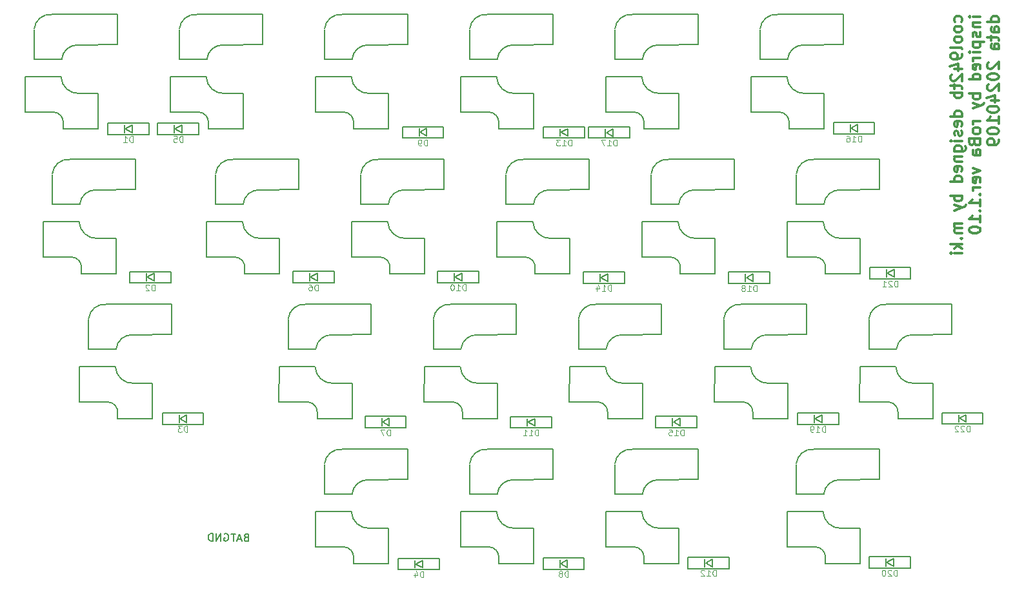
<source format=gbr>
%TF.GenerationSoftware,KiCad,Pcbnew,8.0.7*%
%TF.CreationDate,2025-01-09T22:13:58+09:00*%
%TF.ProjectId,cool937tb_L,636f6f6c-3933-4377-9462-5f4c2e6b6963,rev?*%
%TF.SameCoordinates,Original*%
%TF.FileFunction,Legend,Bot*%
%TF.FilePolarity,Positive*%
%FSLAX46Y46*%
G04 Gerber Fmt 4.6, Leading zero omitted, Abs format (unit mm)*
G04 Created by KiCad (PCBNEW 8.0.7) date 2025-01-09 22:13:58*
%MOMM*%
%LPD*%
G01*
G04 APERTURE LIST*
%ADD10C,0.300000*%
%ADD11C,0.125000*%
%ADD12C,0.150000*%
G04 APERTURE END LIST*
D10*
X115579568Y5842632D02*
X115650996Y5985489D01*
X115650996Y5985489D02*
X115650996Y6271203D01*
X115650996Y6271203D02*
X115579568Y6414060D01*
X115579568Y6414060D02*
X115508139Y6485489D01*
X115508139Y6485489D02*
X115365282Y6556917D01*
X115365282Y6556917D02*
X114936710Y6556917D01*
X114936710Y6556917D02*
X114793853Y6485489D01*
X114793853Y6485489D02*
X114722425Y6414060D01*
X114722425Y6414060D02*
X114650996Y6271203D01*
X114650996Y6271203D02*
X114650996Y5985489D01*
X114650996Y5985489D02*
X114722425Y5842632D01*
X115650996Y4985489D02*
X115579568Y5128346D01*
X115579568Y5128346D02*
X115508139Y5199775D01*
X115508139Y5199775D02*
X115365282Y5271203D01*
X115365282Y5271203D02*
X114936710Y5271203D01*
X114936710Y5271203D02*
X114793853Y5199775D01*
X114793853Y5199775D02*
X114722425Y5128346D01*
X114722425Y5128346D02*
X114650996Y4985489D01*
X114650996Y4985489D02*
X114650996Y4771203D01*
X114650996Y4771203D02*
X114722425Y4628346D01*
X114722425Y4628346D02*
X114793853Y4556918D01*
X114793853Y4556918D02*
X114936710Y4485489D01*
X114936710Y4485489D02*
X115365282Y4485489D01*
X115365282Y4485489D02*
X115508139Y4556918D01*
X115508139Y4556918D02*
X115579568Y4628346D01*
X115579568Y4628346D02*
X115650996Y4771203D01*
X115650996Y4771203D02*
X115650996Y4985489D01*
X115650996Y3628346D02*
X115579568Y3771203D01*
X115579568Y3771203D02*
X115508139Y3842632D01*
X115508139Y3842632D02*
X115365282Y3914060D01*
X115365282Y3914060D02*
X114936710Y3914060D01*
X114936710Y3914060D02*
X114793853Y3842632D01*
X114793853Y3842632D02*
X114722425Y3771203D01*
X114722425Y3771203D02*
X114650996Y3628346D01*
X114650996Y3628346D02*
X114650996Y3414060D01*
X114650996Y3414060D02*
X114722425Y3271203D01*
X114722425Y3271203D02*
X114793853Y3199775D01*
X114793853Y3199775D02*
X114936710Y3128346D01*
X114936710Y3128346D02*
X115365282Y3128346D01*
X115365282Y3128346D02*
X115508139Y3199775D01*
X115508139Y3199775D02*
X115579568Y3271203D01*
X115579568Y3271203D02*
X115650996Y3414060D01*
X115650996Y3414060D02*
X115650996Y3628346D01*
X115650996Y2271203D02*
X115579568Y2414060D01*
X115579568Y2414060D02*
X115436710Y2485489D01*
X115436710Y2485489D02*
X114150996Y2485489D01*
X115650996Y1628346D02*
X115650996Y1342632D01*
X115650996Y1342632D02*
X115579568Y1199775D01*
X115579568Y1199775D02*
X115508139Y1128346D01*
X115508139Y1128346D02*
X115293853Y985489D01*
X115293853Y985489D02*
X115008139Y914060D01*
X115008139Y914060D02*
X114436710Y914060D01*
X114436710Y914060D02*
X114293853Y985489D01*
X114293853Y985489D02*
X114222425Y1056918D01*
X114222425Y1056918D02*
X114150996Y1199775D01*
X114150996Y1199775D02*
X114150996Y1485489D01*
X114150996Y1485489D02*
X114222425Y1628346D01*
X114222425Y1628346D02*
X114293853Y1699775D01*
X114293853Y1699775D02*
X114436710Y1771203D01*
X114436710Y1771203D02*
X114793853Y1771203D01*
X114793853Y1771203D02*
X114936710Y1699775D01*
X114936710Y1699775D02*
X115008139Y1628346D01*
X115008139Y1628346D02*
X115079568Y1485489D01*
X115079568Y1485489D02*
X115079568Y1199775D01*
X115079568Y1199775D02*
X115008139Y1056918D01*
X115008139Y1056918D02*
X114936710Y985489D01*
X114936710Y985489D02*
X114793853Y914060D01*
X114650996Y-371653D02*
X115650996Y-371653D01*
X114079568Y-14510D02*
X115150996Y342632D01*
X115150996Y342632D02*
X115150996Y-585938D01*
X114293853Y-1085938D02*
X114222425Y-1157366D01*
X114222425Y-1157366D02*
X114150996Y-1300224D01*
X114150996Y-1300224D02*
X114150996Y-1657366D01*
X114150996Y-1657366D02*
X114222425Y-1800224D01*
X114222425Y-1800224D02*
X114293853Y-1871652D01*
X114293853Y-1871652D02*
X114436710Y-1943081D01*
X114436710Y-1943081D02*
X114579568Y-1943081D01*
X114579568Y-1943081D02*
X114793853Y-1871652D01*
X114793853Y-1871652D02*
X115650996Y-1014509D01*
X115650996Y-1014509D02*
X115650996Y-1943081D01*
X114650996Y-2371652D02*
X114650996Y-2943080D01*
X114150996Y-2585937D02*
X115436710Y-2585937D01*
X115436710Y-2585937D02*
X115579568Y-2657366D01*
X115579568Y-2657366D02*
X115650996Y-2800223D01*
X115650996Y-2800223D02*
X115650996Y-2943080D01*
X115650996Y-3443080D02*
X114150996Y-3443080D01*
X114722425Y-3443080D02*
X114650996Y-3585938D01*
X114650996Y-3585938D02*
X114650996Y-3871652D01*
X114650996Y-3871652D02*
X114722425Y-4014509D01*
X114722425Y-4014509D02*
X114793853Y-4085938D01*
X114793853Y-4085938D02*
X114936710Y-4157366D01*
X114936710Y-4157366D02*
X115365282Y-4157366D01*
X115365282Y-4157366D02*
X115508139Y-4085938D01*
X115508139Y-4085938D02*
X115579568Y-4014509D01*
X115579568Y-4014509D02*
X115650996Y-3871652D01*
X115650996Y-3871652D02*
X115650996Y-3585938D01*
X115650996Y-3585938D02*
X115579568Y-3443080D01*
X115650996Y-6585938D02*
X114150996Y-6585938D01*
X115579568Y-6585938D02*
X115650996Y-6443080D01*
X115650996Y-6443080D02*
X115650996Y-6157366D01*
X115650996Y-6157366D02*
X115579568Y-6014509D01*
X115579568Y-6014509D02*
X115508139Y-5943080D01*
X115508139Y-5943080D02*
X115365282Y-5871652D01*
X115365282Y-5871652D02*
X114936710Y-5871652D01*
X114936710Y-5871652D02*
X114793853Y-5943080D01*
X114793853Y-5943080D02*
X114722425Y-6014509D01*
X114722425Y-6014509D02*
X114650996Y-6157366D01*
X114650996Y-6157366D02*
X114650996Y-6443080D01*
X114650996Y-6443080D02*
X114722425Y-6585938D01*
X115579568Y-7871652D02*
X115650996Y-7728795D01*
X115650996Y-7728795D02*
X115650996Y-7443081D01*
X115650996Y-7443081D02*
X115579568Y-7300223D01*
X115579568Y-7300223D02*
X115436710Y-7228795D01*
X115436710Y-7228795D02*
X114865282Y-7228795D01*
X114865282Y-7228795D02*
X114722425Y-7300223D01*
X114722425Y-7300223D02*
X114650996Y-7443081D01*
X114650996Y-7443081D02*
X114650996Y-7728795D01*
X114650996Y-7728795D02*
X114722425Y-7871652D01*
X114722425Y-7871652D02*
X114865282Y-7943081D01*
X114865282Y-7943081D02*
X115008139Y-7943081D01*
X115008139Y-7943081D02*
X115150996Y-7228795D01*
X115579568Y-8514509D02*
X115650996Y-8657366D01*
X115650996Y-8657366D02*
X115650996Y-8943080D01*
X115650996Y-8943080D02*
X115579568Y-9085937D01*
X115579568Y-9085937D02*
X115436710Y-9157366D01*
X115436710Y-9157366D02*
X115365282Y-9157366D01*
X115365282Y-9157366D02*
X115222425Y-9085937D01*
X115222425Y-9085937D02*
X115150996Y-8943080D01*
X115150996Y-8943080D02*
X115150996Y-8728795D01*
X115150996Y-8728795D02*
X115079568Y-8585937D01*
X115079568Y-8585937D02*
X114936710Y-8514509D01*
X114936710Y-8514509D02*
X114865282Y-8514509D01*
X114865282Y-8514509D02*
X114722425Y-8585937D01*
X114722425Y-8585937D02*
X114650996Y-8728795D01*
X114650996Y-8728795D02*
X114650996Y-8943080D01*
X114650996Y-8943080D02*
X114722425Y-9085937D01*
X115650996Y-9800223D02*
X114650996Y-9800223D01*
X114150996Y-9800223D02*
X114222425Y-9728795D01*
X114222425Y-9728795D02*
X114293853Y-9800223D01*
X114293853Y-9800223D02*
X114222425Y-9871652D01*
X114222425Y-9871652D02*
X114150996Y-9800223D01*
X114150996Y-9800223D02*
X114293853Y-9800223D01*
X114650996Y-11157367D02*
X115865282Y-11157367D01*
X115865282Y-11157367D02*
X116008139Y-11085938D01*
X116008139Y-11085938D02*
X116079568Y-11014509D01*
X116079568Y-11014509D02*
X116150996Y-10871652D01*
X116150996Y-10871652D02*
X116150996Y-10657367D01*
X116150996Y-10657367D02*
X116079568Y-10514509D01*
X115579568Y-11157367D02*
X115650996Y-11014509D01*
X115650996Y-11014509D02*
X115650996Y-10728795D01*
X115650996Y-10728795D02*
X115579568Y-10585938D01*
X115579568Y-10585938D02*
X115508139Y-10514509D01*
X115508139Y-10514509D02*
X115365282Y-10443081D01*
X115365282Y-10443081D02*
X114936710Y-10443081D01*
X114936710Y-10443081D02*
X114793853Y-10514509D01*
X114793853Y-10514509D02*
X114722425Y-10585938D01*
X114722425Y-10585938D02*
X114650996Y-10728795D01*
X114650996Y-10728795D02*
X114650996Y-11014509D01*
X114650996Y-11014509D02*
X114722425Y-11157367D01*
X114650996Y-11871652D02*
X115650996Y-11871652D01*
X114793853Y-11871652D02*
X114722425Y-11943081D01*
X114722425Y-11943081D02*
X114650996Y-12085938D01*
X114650996Y-12085938D02*
X114650996Y-12300224D01*
X114650996Y-12300224D02*
X114722425Y-12443081D01*
X114722425Y-12443081D02*
X114865282Y-12514510D01*
X114865282Y-12514510D02*
X115650996Y-12514510D01*
X115579568Y-13800224D02*
X115650996Y-13657367D01*
X115650996Y-13657367D02*
X115650996Y-13371653D01*
X115650996Y-13371653D02*
X115579568Y-13228795D01*
X115579568Y-13228795D02*
X115436710Y-13157367D01*
X115436710Y-13157367D02*
X114865282Y-13157367D01*
X114865282Y-13157367D02*
X114722425Y-13228795D01*
X114722425Y-13228795D02*
X114650996Y-13371653D01*
X114650996Y-13371653D02*
X114650996Y-13657367D01*
X114650996Y-13657367D02*
X114722425Y-13800224D01*
X114722425Y-13800224D02*
X114865282Y-13871653D01*
X114865282Y-13871653D02*
X115008139Y-13871653D01*
X115008139Y-13871653D02*
X115150996Y-13157367D01*
X115650996Y-15157367D02*
X114150996Y-15157367D01*
X115579568Y-15157367D02*
X115650996Y-15014509D01*
X115650996Y-15014509D02*
X115650996Y-14728795D01*
X115650996Y-14728795D02*
X115579568Y-14585938D01*
X115579568Y-14585938D02*
X115508139Y-14514509D01*
X115508139Y-14514509D02*
X115365282Y-14443081D01*
X115365282Y-14443081D02*
X114936710Y-14443081D01*
X114936710Y-14443081D02*
X114793853Y-14514509D01*
X114793853Y-14514509D02*
X114722425Y-14585938D01*
X114722425Y-14585938D02*
X114650996Y-14728795D01*
X114650996Y-14728795D02*
X114650996Y-15014509D01*
X114650996Y-15014509D02*
X114722425Y-15157367D01*
X115650996Y-17014509D02*
X114150996Y-17014509D01*
X114722425Y-17014509D02*
X114650996Y-17157367D01*
X114650996Y-17157367D02*
X114650996Y-17443081D01*
X114650996Y-17443081D02*
X114722425Y-17585938D01*
X114722425Y-17585938D02*
X114793853Y-17657367D01*
X114793853Y-17657367D02*
X114936710Y-17728795D01*
X114936710Y-17728795D02*
X115365282Y-17728795D01*
X115365282Y-17728795D02*
X115508139Y-17657367D01*
X115508139Y-17657367D02*
X115579568Y-17585938D01*
X115579568Y-17585938D02*
X115650996Y-17443081D01*
X115650996Y-17443081D02*
X115650996Y-17157367D01*
X115650996Y-17157367D02*
X115579568Y-17014509D01*
X114650996Y-18228795D02*
X115650996Y-18585938D01*
X114650996Y-18943081D02*
X115650996Y-18585938D01*
X115650996Y-18585938D02*
X116008139Y-18443081D01*
X116008139Y-18443081D02*
X116079568Y-18371652D01*
X116079568Y-18371652D02*
X116150996Y-18228795D01*
X115650996Y-20657366D02*
X114650996Y-20657366D01*
X114793853Y-20657366D02*
X114722425Y-20728795D01*
X114722425Y-20728795D02*
X114650996Y-20871652D01*
X114650996Y-20871652D02*
X114650996Y-21085938D01*
X114650996Y-21085938D02*
X114722425Y-21228795D01*
X114722425Y-21228795D02*
X114865282Y-21300224D01*
X114865282Y-21300224D02*
X115650996Y-21300224D01*
X114865282Y-21300224D02*
X114722425Y-21371652D01*
X114722425Y-21371652D02*
X114650996Y-21514509D01*
X114650996Y-21514509D02*
X114650996Y-21728795D01*
X114650996Y-21728795D02*
X114722425Y-21871652D01*
X114722425Y-21871652D02*
X114865282Y-21943081D01*
X114865282Y-21943081D02*
X115650996Y-21943081D01*
X115508139Y-22657366D02*
X115579568Y-22728795D01*
X115579568Y-22728795D02*
X115650996Y-22657366D01*
X115650996Y-22657366D02*
X115579568Y-22585938D01*
X115579568Y-22585938D02*
X115508139Y-22657366D01*
X115508139Y-22657366D02*
X115650996Y-22657366D01*
X115650996Y-23371652D02*
X114150996Y-23371652D01*
X115079568Y-23514510D02*
X115650996Y-23943081D01*
X114650996Y-23943081D02*
X115222425Y-23371652D01*
X115650996Y-24585938D02*
X114650996Y-24585938D01*
X114150996Y-24585938D02*
X114222425Y-24514510D01*
X114222425Y-24514510D02*
X114293853Y-24585938D01*
X114293853Y-24585938D02*
X114222425Y-24657367D01*
X114222425Y-24657367D02*
X114150996Y-24585938D01*
X114150996Y-24585938D02*
X114293853Y-24585938D01*
X118065912Y6485489D02*
X117065912Y6485489D01*
X116565912Y6485489D02*
X116637341Y6556917D01*
X116637341Y6556917D02*
X116708769Y6485489D01*
X116708769Y6485489D02*
X116637341Y6414060D01*
X116637341Y6414060D02*
X116565912Y6485489D01*
X116565912Y6485489D02*
X116708769Y6485489D01*
X117065912Y5771203D02*
X118065912Y5771203D01*
X117208769Y5771203D02*
X117137341Y5699774D01*
X117137341Y5699774D02*
X117065912Y5556917D01*
X117065912Y5556917D02*
X117065912Y5342631D01*
X117065912Y5342631D02*
X117137341Y5199774D01*
X117137341Y5199774D02*
X117280198Y5128346D01*
X117280198Y5128346D02*
X118065912Y5128346D01*
X117994484Y4485488D02*
X118065912Y4342631D01*
X118065912Y4342631D02*
X118065912Y4056917D01*
X118065912Y4056917D02*
X117994484Y3914060D01*
X117994484Y3914060D02*
X117851626Y3842631D01*
X117851626Y3842631D02*
X117780198Y3842631D01*
X117780198Y3842631D02*
X117637341Y3914060D01*
X117637341Y3914060D02*
X117565912Y4056917D01*
X117565912Y4056917D02*
X117565912Y4271203D01*
X117565912Y4271203D02*
X117494484Y4414060D01*
X117494484Y4414060D02*
X117351626Y4485488D01*
X117351626Y4485488D02*
X117280198Y4485488D01*
X117280198Y4485488D02*
X117137341Y4414060D01*
X117137341Y4414060D02*
X117065912Y4271203D01*
X117065912Y4271203D02*
X117065912Y4056917D01*
X117065912Y4056917D02*
X117137341Y3914060D01*
X117065912Y3199774D02*
X118565912Y3199774D01*
X117137341Y3199774D02*
X117065912Y3056917D01*
X117065912Y3056917D02*
X117065912Y2771202D01*
X117065912Y2771202D02*
X117137341Y2628345D01*
X117137341Y2628345D02*
X117208769Y2556917D01*
X117208769Y2556917D02*
X117351626Y2485488D01*
X117351626Y2485488D02*
X117780198Y2485488D01*
X117780198Y2485488D02*
X117923055Y2556917D01*
X117923055Y2556917D02*
X117994484Y2628345D01*
X117994484Y2628345D02*
X118065912Y2771202D01*
X118065912Y2771202D02*
X118065912Y3056917D01*
X118065912Y3056917D02*
X117994484Y3199774D01*
X118065912Y1842631D02*
X117065912Y1842631D01*
X116565912Y1842631D02*
X116637341Y1914059D01*
X116637341Y1914059D02*
X116708769Y1842631D01*
X116708769Y1842631D02*
X116637341Y1771202D01*
X116637341Y1771202D02*
X116565912Y1842631D01*
X116565912Y1842631D02*
X116708769Y1842631D01*
X118065912Y1128345D02*
X117065912Y1128345D01*
X117351626Y1128345D02*
X117208769Y1056916D01*
X117208769Y1056916D02*
X117137341Y985488D01*
X117137341Y985488D02*
X117065912Y842630D01*
X117065912Y842630D02*
X117065912Y699773D01*
X117994484Y-371654D02*
X118065912Y-228797D01*
X118065912Y-228797D02*
X118065912Y56917D01*
X118065912Y56917D02*
X117994484Y199774D01*
X117994484Y199774D02*
X117851626Y271202D01*
X117851626Y271202D02*
X117280198Y271202D01*
X117280198Y271202D02*
X117137341Y199774D01*
X117137341Y199774D02*
X117065912Y56917D01*
X117065912Y56917D02*
X117065912Y-228797D01*
X117065912Y-228797D02*
X117137341Y-371654D01*
X117137341Y-371654D02*
X117280198Y-443083D01*
X117280198Y-443083D02*
X117423055Y-443083D01*
X117423055Y-443083D02*
X117565912Y271202D01*
X118065912Y-1728797D02*
X116565912Y-1728797D01*
X117994484Y-1728797D02*
X118065912Y-1585939D01*
X118065912Y-1585939D02*
X118065912Y-1300225D01*
X118065912Y-1300225D02*
X117994484Y-1157368D01*
X117994484Y-1157368D02*
X117923055Y-1085939D01*
X117923055Y-1085939D02*
X117780198Y-1014511D01*
X117780198Y-1014511D02*
X117351626Y-1014511D01*
X117351626Y-1014511D02*
X117208769Y-1085939D01*
X117208769Y-1085939D02*
X117137341Y-1157368D01*
X117137341Y-1157368D02*
X117065912Y-1300225D01*
X117065912Y-1300225D02*
X117065912Y-1585939D01*
X117065912Y-1585939D02*
X117137341Y-1728797D01*
X118065912Y-3585939D02*
X116565912Y-3585939D01*
X117137341Y-3585939D02*
X117065912Y-3728797D01*
X117065912Y-3728797D02*
X117065912Y-4014511D01*
X117065912Y-4014511D02*
X117137341Y-4157368D01*
X117137341Y-4157368D02*
X117208769Y-4228797D01*
X117208769Y-4228797D02*
X117351626Y-4300225D01*
X117351626Y-4300225D02*
X117780198Y-4300225D01*
X117780198Y-4300225D02*
X117923055Y-4228797D01*
X117923055Y-4228797D02*
X117994484Y-4157368D01*
X117994484Y-4157368D02*
X118065912Y-4014511D01*
X118065912Y-4014511D02*
X118065912Y-3728797D01*
X118065912Y-3728797D02*
X117994484Y-3585939D01*
X117065912Y-4800225D02*
X118065912Y-5157368D01*
X117065912Y-5514511D02*
X118065912Y-5157368D01*
X118065912Y-5157368D02*
X118423055Y-5014511D01*
X118423055Y-5014511D02*
X118494484Y-4943082D01*
X118494484Y-4943082D02*
X118565912Y-4800225D01*
X118065912Y-7228796D02*
X117065912Y-7228796D01*
X117351626Y-7228796D02*
X117208769Y-7300225D01*
X117208769Y-7300225D02*
X117137341Y-7371654D01*
X117137341Y-7371654D02*
X117065912Y-7514511D01*
X117065912Y-7514511D02*
X117065912Y-7657368D01*
X118065912Y-8371653D02*
X117994484Y-8228796D01*
X117994484Y-8228796D02*
X117923055Y-8157367D01*
X117923055Y-8157367D02*
X117780198Y-8085939D01*
X117780198Y-8085939D02*
X117351626Y-8085939D01*
X117351626Y-8085939D02*
X117208769Y-8157367D01*
X117208769Y-8157367D02*
X117137341Y-8228796D01*
X117137341Y-8228796D02*
X117065912Y-8371653D01*
X117065912Y-8371653D02*
X117065912Y-8585939D01*
X117065912Y-8585939D02*
X117137341Y-8728796D01*
X117137341Y-8728796D02*
X117208769Y-8800225D01*
X117208769Y-8800225D02*
X117351626Y-8871653D01*
X117351626Y-8871653D02*
X117780198Y-8871653D01*
X117780198Y-8871653D02*
X117923055Y-8800225D01*
X117923055Y-8800225D02*
X117994484Y-8728796D01*
X117994484Y-8728796D02*
X118065912Y-8585939D01*
X118065912Y-8585939D02*
X118065912Y-8371653D01*
X117280198Y-10014510D02*
X117351626Y-10228796D01*
X117351626Y-10228796D02*
X117423055Y-10300225D01*
X117423055Y-10300225D02*
X117565912Y-10371653D01*
X117565912Y-10371653D02*
X117780198Y-10371653D01*
X117780198Y-10371653D02*
X117923055Y-10300225D01*
X117923055Y-10300225D02*
X117994484Y-10228796D01*
X117994484Y-10228796D02*
X118065912Y-10085939D01*
X118065912Y-10085939D02*
X118065912Y-9514510D01*
X118065912Y-9514510D02*
X116565912Y-9514510D01*
X116565912Y-9514510D02*
X116565912Y-10014510D01*
X116565912Y-10014510D02*
X116637341Y-10157368D01*
X116637341Y-10157368D02*
X116708769Y-10228796D01*
X116708769Y-10228796D02*
X116851626Y-10300225D01*
X116851626Y-10300225D02*
X116994484Y-10300225D01*
X116994484Y-10300225D02*
X117137341Y-10228796D01*
X117137341Y-10228796D02*
X117208769Y-10157368D01*
X117208769Y-10157368D02*
X117280198Y-10014510D01*
X117280198Y-10014510D02*
X117280198Y-9514510D01*
X118065912Y-11657368D02*
X117280198Y-11657368D01*
X117280198Y-11657368D02*
X117137341Y-11585939D01*
X117137341Y-11585939D02*
X117065912Y-11443082D01*
X117065912Y-11443082D02*
X117065912Y-11157368D01*
X117065912Y-11157368D02*
X117137341Y-11014510D01*
X117994484Y-11657368D02*
X118065912Y-11514510D01*
X118065912Y-11514510D02*
X118065912Y-11157368D01*
X118065912Y-11157368D02*
X117994484Y-11014510D01*
X117994484Y-11014510D02*
X117851626Y-10943082D01*
X117851626Y-10943082D02*
X117708769Y-10943082D01*
X117708769Y-10943082D02*
X117565912Y-11014510D01*
X117565912Y-11014510D02*
X117494484Y-11157368D01*
X117494484Y-11157368D02*
X117494484Y-11514510D01*
X117494484Y-11514510D02*
X117423055Y-11657368D01*
X117065912Y-13371653D02*
X118065912Y-13728796D01*
X118065912Y-13728796D02*
X117065912Y-14085939D01*
X117994484Y-15228796D02*
X118065912Y-15085939D01*
X118065912Y-15085939D02*
X118065912Y-14800225D01*
X118065912Y-14800225D02*
X117994484Y-14657367D01*
X117994484Y-14657367D02*
X117851626Y-14585939D01*
X117851626Y-14585939D02*
X117280198Y-14585939D01*
X117280198Y-14585939D02*
X117137341Y-14657367D01*
X117137341Y-14657367D02*
X117065912Y-14800225D01*
X117065912Y-14800225D02*
X117065912Y-15085939D01*
X117065912Y-15085939D02*
X117137341Y-15228796D01*
X117137341Y-15228796D02*
X117280198Y-15300225D01*
X117280198Y-15300225D02*
X117423055Y-15300225D01*
X117423055Y-15300225D02*
X117565912Y-14585939D01*
X118065912Y-15943081D02*
X117065912Y-15943081D01*
X117351626Y-15943081D02*
X117208769Y-16014510D01*
X117208769Y-16014510D02*
X117137341Y-16085939D01*
X117137341Y-16085939D02*
X117065912Y-16228796D01*
X117065912Y-16228796D02*
X117065912Y-16371653D01*
X117923055Y-16871652D02*
X117994484Y-16943081D01*
X117994484Y-16943081D02*
X118065912Y-16871652D01*
X118065912Y-16871652D02*
X117994484Y-16800224D01*
X117994484Y-16800224D02*
X117923055Y-16871652D01*
X117923055Y-16871652D02*
X118065912Y-16871652D01*
X118065912Y-18371653D02*
X118065912Y-17514510D01*
X118065912Y-17943081D02*
X116565912Y-17943081D01*
X116565912Y-17943081D02*
X116780198Y-17800224D01*
X116780198Y-17800224D02*
X116923055Y-17657367D01*
X116923055Y-17657367D02*
X116994484Y-17514510D01*
X117923055Y-19014509D02*
X117994484Y-19085938D01*
X117994484Y-19085938D02*
X118065912Y-19014509D01*
X118065912Y-19014509D02*
X117994484Y-18943081D01*
X117994484Y-18943081D02*
X117923055Y-19014509D01*
X117923055Y-19014509D02*
X118065912Y-19014509D01*
X118065912Y-20514510D02*
X118065912Y-19657367D01*
X118065912Y-20085938D02*
X116565912Y-20085938D01*
X116565912Y-20085938D02*
X116780198Y-19943081D01*
X116780198Y-19943081D02*
X116923055Y-19800224D01*
X116923055Y-19800224D02*
X116994484Y-19657367D01*
X116565912Y-21443081D02*
X116565912Y-21585938D01*
X116565912Y-21585938D02*
X116637341Y-21728795D01*
X116637341Y-21728795D02*
X116708769Y-21800224D01*
X116708769Y-21800224D02*
X116851626Y-21871652D01*
X116851626Y-21871652D02*
X117137341Y-21943081D01*
X117137341Y-21943081D02*
X117494484Y-21943081D01*
X117494484Y-21943081D02*
X117780198Y-21871652D01*
X117780198Y-21871652D02*
X117923055Y-21800224D01*
X117923055Y-21800224D02*
X117994484Y-21728795D01*
X117994484Y-21728795D02*
X118065912Y-21585938D01*
X118065912Y-21585938D02*
X118065912Y-21443081D01*
X118065912Y-21443081D02*
X117994484Y-21300224D01*
X117994484Y-21300224D02*
X117923055Y-21228795D01*
X117923055Y-21228795D02*
X117780198Y-21157366D01*
X117780198Y-21157366D02*
X117494484Y-21085938D01*
X117494484Y-21085938D02*
X117137341Y-21085938D01*
X117137341Y-21085938D02*
X116851626Y-21157366D01*
X116851626Y-21157366D02*
X116708769Y-21228795D01*
X116708769Y-21228795D02*
X116637341Y-21300224D01*
X116637341Y-21300224D02*
X116565912Y-21443081D01*
X120480828Y5842632D02*
X118980828Y5842632D01*
X120409400Y5842632D02*
X120480828Y5985489D01*
X120480828Y5985489D02*
X120480828Y6271203D01*
X120480828Y6271203D02*
X120409400Y6414060D01*
X120409400Y6414060D02*
X120337971Y6485489D01*
X120337971Y6485489D02*
X120195114Y6556917D01*
X120195114Y6556917D02*
X119766542Y6556917D01*
X119766542Y6556917D02*
X119623685Y6485489D01*
X119623685Y6485489D02*
X119552257Y6414060D01*
X119552257Y6414060D02*
X119480828Y6271203D01*
X119480828Y6271203D02*
X119480828Y5985489D01*
X119480828Y5985489D02*
X119552257Y5842632D01*
X120480828Y4485489D02*
X119695114Y4485489D01*
X119695114Y4485489D02*
X119552257Y4556917D01*
X119552257Y4556917D02*
X119480828Y4699774D01*
X119480828Y4699774D02*
X119480828Y4985489D01*
X119480828Y4985489D02*
X119552257Y5128346D01*
X120409400Y4485489D02*
X120480828Y4628346D01*
X120480828Y4628346D02*
X120480828Y4985489D01*
X120480828Y4985489D02*
X120409400Y5128346D01*
X120409400Y5128346D02*
X120266542Y5199774D01*
X120266542Y5199774D02*
X120123685Y5199774D01*
X120123685Y5199774D02*
X119980828Y5128346D01*
X119980828Y5128346D02*
X119909400Y4985489D01*
X119909400Y4985489D02*
X119909400Y4628346D01*
X119909400Y4628346D02*
X119837971Y4485489D01*
X119480828Y3985488D02*
X119480828Y3414060D01*
X118980828Y3771203D02*
X120266542Y3771203D01*
X120266542Y3771203D02*
X120409400Y3699774D01*
X120409400Y3699774D02*
X120480828Y3556917D01*
X120480828Y3556917D02*
X120480828Y3414060D01*
X120480828Y2271203D02*
X119695114Y2271203D01*
X119695114Y2271203D02*
X119552257Y2342631D01*
X119552257Y2342631D02*
X119480828Y2485488D01*
X119480828Y2485488D02*
X119480828Y2771203D01*
X119480828Y2771203D02*
X119552257Y2914060D01*
X120409400Y2271203D02*
X120480828Y2414060D01*
X120480828Y2414060D02*
X120480828Y2771203D01*
X120480828Y2771203D02*
X120409400Y2914060D01*
X120409400Y2914060D02*
X120266542Y2985488D01*
X120266542Y2985488D02*
X120123685Y2985488D01*
X120123685Y2985488D02*
X119980828Y2914060D01*
X119980828Y2914060D02*
X119909400Y2771203D01*
X119909400Y2771203D02*
X119909400Y2414060D01*
X119909400Y2414060D02*
X119837971Y2271203D01*
X119123685Y485488D02*
X119052257Y414060D01*
X119052257Y414060D02*
X118980828Y271203D01*
X118980828Y271203D02*
X118980828Y-85939D01*
X118980828Y-85939D02*
X119052257Y-228797D01*
X119052257Y-228797D02*
X119123685Y-300225D01*
X119123685Y-300225D02*
X119266542Y-371654D01*
X119266542Y-371654D02*
X119409400Y-371654D01*
X119409400Y-371654D02*
X119623685Y-300225D01*
X119623685Y-300225D02*
X120480828Y556917D01*
X120480828Y556917D02*
X120480828Y-371654D01*
X118980828Y-1300225D02*
X118980828Y-1443082D01*
X118980828Y-1443082D02*
X119052257Y-1585939D01*
X119052257Y-1585939D02*
X119123685Y-1657368D01*
X119123685Y-1657368D02*
X119266542Y-1728796D01*
X119266542Y-1728796D02*
X119552257Y-1800225D01*
X119552257Y-1800225D02*
X119909400Y-1800225D01*
X119909400Y-1800225D02*
X120195114Y-1728796D01*
X120195114Y-1728796D02*
X120337971Y-1657368D01*
X120337971Y-1657368D02*
X120409400Y-1585939D01*
X120409400Y-1585939D02*
X120480828Y-1443082D01*
X120480828Y-1443082D02*
X120480828Y-1300225D01*
X120480828Y-1300225D02*
X120409400Y-1157368D01*
X120409400Y-1157368D02*
X120337971Y-1085939D01*
X120337971Y-1085939D02*
X120195114Y-1014510D01*
X120195114Y-1014510D02*
X119909400Y-943082D01*
X119909400Y-943082D02*
X119552257Y-943082D01*
X119552257Y-943082D02*
X119266542Y-1014510D01*
X119266542Y-1014510D02*
X119123685Y-1085939D01*
X119123685Y-1085939D02*
X119052257Y-1157368D01*
X119052257Y-1157368D02*
X118980828Y-1300225D01*
X119123685Y-2371653D02*
X119052257Y-2443081D01*
X119052257Y-2443081D02*
X118980828Y-2585939D01*
X118980828Y-2585939D02*
X118980828Y-2943081D01*
X118980828Y-2943081D02*
X119052257Y-3085939D01*
X119052257Y-3085939D02*
X119123685Y-3157367D01*
X119123685Y-3157367D02*
X119266542Y-3228796D01*
X119266542Y-3228796D02*
X119409400Y-3228796D01*
X119409400Y-3228796D02*
X119623685Y-3157367D01*
X119623685Y-3157367D02*
X120480828Y-2300224D01*
X120480828Y-2300224D02*
X120480828Y-3228796D01*
X119480828Y-4514510D02*
X120480828Y-4514510D01*
X118909400Y-4157367D02*
X119980828Y-3800224D01*
X119980828Y-3800224D02*
X119980828Y-4728795D01*
X118980828Y-5585938D02*
X118980828Y-5728795D01*
X118980828Y-5728795D02*
X119052257Y-5871652D01*
X119052257Y-5871652D02*
X119123685Y-5943081D01*
X119123685Y-5943081D02*
X119266542Y-6014509D01*
X119266542Y-6014509D02*
X119552257Y-6085938D01*
X119552257Y-6085938D02*
X119909400Y-6085938D01*
X119909400Y-6085938D02*
X120195114Y-6014509D01*
X120195114Y-6014509D02*
X120337971Y-5943081D01*
X120337971Y-5943081D02*
X120409400Y-5871652D01*
X120409400Y-5871652D02*
X120480828Y-5728795D01*
X120480828Y-5728795D02*
X120480828Y-5585938D01*
X120480828Y-5585938D02*
X120409400Y-5443081D01*
X120409400Y-5443081D02*
X120337971Y-5371652D01*
X120337971Y-5371652D02*
X120195114Y-5300223D01*
X120195114Y-5300223D02*
X119909400Y-5228795D01*
X119909400Y-5228795D02*
X119552257Y-5228795D01*
X119552257Y-5228795D02*
X119266542Y-5300223D01*
X119266542Y-5300223D02*
X119123685Y-5371652D01*
X119123685Y-5371652D02*
X119052257Y-5443081D01*
X119052257Y-5443081D02*
X118980828Y-5585938D01*
X120480828Y-7514509D02*
X120480828Y-6657366D01*
X120480828Y-7085937D02*
X118980828Y-7085937D01*
X118980828Y-7085937D02*
X119195114Y-6943080D01*
X119195114Y-6943080D02*
X119337971Y-6800223D01*
X119337971Y-6800223D02*
X119409400Y-6657366D01*
X118980828Y-8443080D02*
X118980828Y-8585937D01*
X118980828Y-8585937D02*
X119052257Y-8728794D01*
X119052257Y-8728794D02*
X119123685Y-8800223D01*
X119123685Y-8800223D02*
X119266542Y-8871651D01*
X119266542Y-8871651D02*
X119552257Y-8943080D01*
X119552257Y-8943080D02*
X119909400Y-8943080D01*
X119909400Y-8943080D02*
X120195114Y-8871651D01*
X120195114Y-8871651D02*
X120337971Y-8800223D01*
X120337971Y-8800223D02*
X120409400Y-8728794D01*
X120409400Y-8728794D02*
X120480828Y-8585937D01*
X120480828Y-8585937D02*
X120480828Y-8443080D01*
X120480828Y-8443080D02*
X120409400Y-8300223D01*
X120409400Y-8300223D02*
X120337971Y-8228794D01*
X120337971Y-8228794D02*
X120195114Y-8157365D01*
X120195114Y-8157365D02*
X119909400Y-8085937D01*
X119909400Y-8085937D02*
X119552257Y-8085937D01*
X119552257Y-8085937D02*
X119266542Y-8157365D01*
X119266542Y-8157365D02*
X119123685Y-8228794D01*
X119123685Y-8228794D02*
X119052257Y-8300223D01*
X119052257Y-8300223D02*
X118980828Y-8443080D01*
X120480828Y-9657365D02*
X120480828Y-9943079D01*
X120480828Y-9943079D02*
X120409400Y-10085936D01*
X120409400Y-10085936D02*
X120337971Y-10157365D01*
X120337971Y-10157365D02*
X120123685Y-10300222D01*
X120123685Y-10300222D02*
X119837971Y-10371651D01*
X119837971Y-10371651D02*
X119266542Y-10371651D01*
X119266542Y-10371651D02*
X119123685Y-10300222D01*
X119123685Y-10300222D02*
X119052257Y-10228794D01*
X119052257Y-10228794D02*
X118980828Y-10085936D01*
X118980828Y-10085936D02*
X118980828Y-9800222D01*
X118980828Y-9800222D02*
X119052257Y-9657365D01*
X119052257Y-9657365D02*
X119123685Y-9585936D01*
X119123685Y-9585936D02*
X119266542Y-9514508D01*
X119266542Y-9514508D02*
X119623685Y-9514508D01*
X119623685Y-9514508D02*
X119766542Y-9585936D01*
X119766542Y-9585936D02*
X119837971Y-9657365D01*
X119837971Y-9657365D02*
X119909400Y-9800222D01*
X119909400Y-9800222D02*
X119909400Y-10085936D01*
X119909400Y-10085936D02*
X119837971Y-10228794D01*
X119837971Y-10228794D02*
X119766542Y-10300222D01*
X119766542Y-10300222D02*
X119623685Y-10371651D01*
D11*
X6840475Y-9983595D02*
X6840475Y-9183595D01*
X6840475Y-9183595D02*
X6649999Y-9183595D01*
X6649999Y-9183595D02*
X6535713Y-9221690D01*
X6535713Y-9221690D02*
X6459523Y-9297880D01*
X6459523Y-9297880D02*
X6421428Y-9374071D01*
X6421428Y-9374071D02*
X6383332Y-9526452D01*
X6383332Y-9526452D02*
X6383332Y-9640738D01*
X6383332Y-9640738D02*
X6421428Y-9793119D01*
X6421428Y-9793119D02*
X6459523Y-9869309D01*
X6459523Y-9869309D02*
X6535713Y-9945500D01*
X6535713Y-9945500D02*
X6649999Y-9983595D01*
X6649999Y-9983595D02*
X6840475Y-9983595D01*
X5621428Y-9983595D02*
X6078571Y-9983595D01*
X5849999Y-9983595D02*
X5849999Y-9183595D01*
X5849999Y-9183595D02*
X5926190Y-9297880D01*
X5926190Y-9297880D02*
X6002380Y-9374071D01*
X6002380Y-9374071D02*
X6078571Y-9412166D01*
X97721428Y-48093595D02*
X97721428Y-47293595D01*
X97721428Y-47293595D02*
X97530952Y-47293595D01*
X97530952Y-47293595D02*
X97416666Y-47331690D01*
X97416666Y-47331690D02*
X97340476Y-47407880D01*
X97340476Y-47407880D02*
X97302381Y-47484071D01*
X97302381Y-47484071D02*
X97264285Y-47636452D01*
X97264285Y-47636452D02*
X97264285Y-47750738D01*
X97264285Y-47750738D02*
X97302381Y-47903119D01*
X97302381Y-47903119D02*
X97340476Y-47979309D01*
X97340476Y-47979309D02*
X97416666Y-48055500D01*
X97416666Y-48055500D02*
X97530952Y-48093595D01*
X97530952Y-48093595D02*
X97721428Y-48093595D01*
X96502381Y-48093595D02*
X96959524Y-48093595D01*
X96730952Y-48093595D02*
X96730952Y-47293595D01*
X96730952Y-47293595D02*
X96807143Y-47407880D01*
X96807143Y-47407880D02*
X96883333Y-47484071D01*
X96883333Y-47484071D02*
X96959524Y-47522166D01*
X96121428Y-48093595D02*
X95969047Y-48093595D01*
X95969047Y-48093595D02*
X95892857Y-48055500D01*
X95892857Y-48055500D02*
X95854761Y-48017404D01*
X95854761Y-48017404D02*
X95778571Y-47903119D01*
X95778571Y-47903119D02*
X95740476Y-47750738D01*
X95740476Y-47750738D02*
X95740476Y-47445976D01*
X95740476Y-47445976D02*
X95778571Y-47369785D01*
X95778571Y-47369785D02*
X95816666Y-47331690D01*
X95816666Y-47331690D02*
X95892857Y-47293595D01*
X95892857Y-47293595D02*
X96045238Y-47293595D01*
X96045238Y-47293595D02*
X96121428Y-47331690D01*
X96121428Y-47331690D02*
X96159523Y-47369785D01*
X96159523Y-47369785D02*
X96197619Y-47445976D01*
X96197619Y-47445976D02*
X96197619Y-47636452D01*
X96197619Y-47636452D02*
X96159523Y-47712642D01*
X96159523Y-47712642D02*
X96121428Y-47750738D01*
X96121428Y-47750738D02*
X96045238Y-47788833D01*
X96045238Y-47788833D02*
X95892857Y-47788833D01*
X95892857Y-47788833D02*
X95816666Y-47750738D01*
X95816666Y-47750738D02*
X95778571Y-47712642D01*
X95778571Y-47712642D02*
X95740476Y-47636452D01*
X31130475Y-29483595D02*
X31130475Y-28683595D01*
X31130475Y-28683595D02*
X30939999Y-28683595D01*
X30939999Y-28683595D02*
X30825713Y-28721690D01*
X30825713Y-28721690D02*
X30749523Y-28797880D01*
X30749523Y-28797880D02*
X30711428Y-28874071D01*
X30711428Y-28874071D02*
X30673332Y-29026452D01*
X30673332Y-29026452D02*
X30673332Y-29140738D01*
X30673332Y-29140738D02*
X30711428Y-29293119D01*
X30711428Y-29293119D02*
X30749523Y-29369309D01*
X30749523Y-29369309D02*
X30825713Y-29445500D01*
X30825713Y-29445500D02*
X30939999Y-29483595D01*
X30939999Y-29483595D02*
X31130475Y-29483595D01*
X29987618Y-28683595D02*
X30139999Y-28683595D01*
X30139999Y-28683595D02*
X30216190Y-28721690D01*
X30216190Y-28721690D02*
X30254285Y-28759785D01*
X30254285Y-28759785D02*
X30330475Y-28874071D01*
X30330475Y-28874071D02*
X30368571Y-29026452D01*
X30368571Y-29026452D02*
X30368571Y-29331214D01*
X30368571Y-29331214D02*
X30330475Y-29407404D01*
X30330475Y-29407404D02*
X30292380Y-29445500D01*
X30292380Y-29445500D02*
X30216190Y-29483595D01*
X30216190Y-29483595D02*
X30063809Y-29483595D01*
X30063809Y-29483595D02*
X29987618Y-29445500D01*
X29987618Y-29445500D02*
X29949523Y-29407404D01*
X29949523Y-29407404D02*
X29911428Y-29331214D01*
X29911428Y-29331214D02*
X29911428Y-29140738D01*
X29911428Y-29140738D02*
X29949523Y-29064547D01*
X29949523Y-29064547D02*
X29987618Y-29026452D01*
X29987618Y-29026452D02*
X30063809Y-28988357D01*
X30063809Y-28988357D02*
X30216190Y-28988357D01*
X30216190Y-28988357D02*
X30292380Y-29026452D01*
X30292380Y-29026452D02*
X30330475Y-29064547D01*
X30330475Y-29064547D02*
X30368571Y-29140738D01*
X64401428Y-10453595D02*
X64401428Y-9653595D01*
X64401428Y-9653595D02*
X64210952Y-9653595D01*
X64210952Y-9653595D02*
X64096666Y-9691690D01*
X64096666Y-9691690D02*
X64020476Y-9767880D01*
X64020476Y-9767880D02*
X63982381Y-9844071D01*
X63982381Y-9844071D02*
X63944285Y-9996452D01*
X63944285Y-9996452D02*
X63944285Y-10110738D01*
X63944285Y-10110738D02*
X63982381Y-10263119D01*
X63982381Y-10263119D02*
X64020476Y-10339309D01*
X64020476Y-10339309D02*
X64096666Y-10415500D01*
X64096666Y-10415500D02*
X64210952Y-10453595D01*
X64210952Y-10453595D02*
X64401428Y-10453595D01*
X63182381Y-10453595D02*
X63639524Y-10453595D01*
X63410952Y-10453595D02*
X63410952Y-9653595D01*
X63410952Y-9653595D02*
X63487143Y-9767880D01*
X63487143Y-9767880D02*
X63563333Y-9844071D01*
X63563333Y-9844071D02*
X63639524Y-9882166D01*
X62915714Y-9653595D02*
X62420476Y-9653595D01*
X62420476Y-9653595D02*
X62687142Y-9958357D01*
X62687142Y-9958357D02*
X62572857Y-9958357D01*
X62572857Y-9958357D02*
X62496666Y-9996452D01*
X62496666Y-9996452D02*
X62458571Y-10034547D01*
X62458571Y-10034547D02*
X62420476Y-10110738D01*
X62420476Y-10110738D02*
X62420476Y-10301214D01*
X62420476Y-10301214D02*
X62458571Y-10377404D01*
X62458571Y-10377404D02*
X62496666Y-10415500D01*
X62496666Y-10415500D02*
X62572857Y-10453595D01*
X62572857Y-10453595D02*
X62801428Y-10453595D01*
X62801428Y-10453595D02*
X62877619Y-10415500D01*
X62877619Y-10415500D02*
X62915714Y-10377404D01*
X50521428Y-29453595D02*
X50521428Y-28653595D01*
X50521428Y-28653595D02*
X50330952Y-28653595D01*
X50330952Y-28653595D02*
X50216666Y-28691690D01*
X50216666Y-28691690D02*
X50140476Y-28767880D01*
X50140476Y-28767880D02*
X50102381Y-28844071D01*
X50102381Y-28844071D02*
X50064285Y-28996452D01*
X50064285Y-28996452D02*
X50064285Y-29110738D01*
X50064285Y-29110738D02*
X50102381Y-29263119D01*
X50102381Y-29263119D02*
X50140476Y-29339309D01*
X50140476Y-29339309D02*
X50216666Y-29415500D01*
X50216666Y-29415500D02*
X50330952Y-29453595D01*
X50330952Y-29453595D02*
X50521428Y-29453595D01*
X49302381Y-29453595D02*
X49759524Y-29453595D01*
X49530952Y-29453595D02*
X49530952Y-28653595D01*
X49530952Y-28653595D02*
X49607143Y-28767880D01*
X49607143Y-28767880D02*
X49683333Y-28844071D01*
X49683333Y-28844071D02*
X49759524Y-28882166D01*
X48807142Y-28653595D02*
X48730952Y-28653595D01*
X48730952Y-28653595D02*
X48654761Y-28691690D01*
X48654761Y-28691690D02*
X48616666Y-28729785D01*
X48616666Y-28729785D02*
X48578571Y-28805976D01*
X48578571Y-28805976D02*
X48540476Y-28958357D01*
X48540476Y-28958357D02*
X48540476Y-29148833D01*
X48540476Y-29148833D02*
X48578571Y-29301214D01*
X48578571Y-29301214D02*
X48616666Y-29377404D01*
X48616666Y-29377404D02*
X48654761Y-29415500D01*
X48654761Y-29415500D02*
X48730952Y-29453595D01*
X48730952Y-29453595D02*
X48807142Y-29453595D01*
X48807142Y-29453595D02*
X48883333Y-29415500D01*
X48883333Y-29415500D02*
X48921428Y-29377404D01*
X48921428Y-29377404D02*
X48959523Y-29301214D01*
X48959523Y-29301214D02*
X48997619Y-29148833D01*
X48997619Y-29148833D02*
X48997619Y-28958357D01*
X48997619Y-28958357D02*
X48959523Y-28805976D01*
X48959523Y-28805976D02*
X48921428Y-28729785D01*
X48921428Y-28729785D02*
X48883333Y-28691690D01*
X48883333Y-28691690D02*
X48807142Y-28653595D01*
D12*
X21719887Y-61926009D02*
X21577030Y-61973628D01*
X21577030Y-61973628D02*
X21529411Y-62021247D01*
X21529411Y-62021247D02*
X21481792Y-62116485D01*
X21481792Y-62116485D02*
X21481792Y-62259342D01*
X21481792Y-62259342D02*
X21529411Y-62354580D01*
X21529411Y-62354580D02*
X21577030Y-62402200D01*
X21577030Y-62402200D02*
X21672268Y-62449819D01*
X21672268Y-62449819D02*
X22053220Y-62449819D01*
X22053220Y-62449819D02*
X22053220Y-61449819D01*
X22053220Y-61449819D02*
X21719887Y-61449819D01*
X21719887Y-61449819D02*
X21624649Y-61497438D01*
X21624649Y-61497438D02*
X21577030Y-61545057D01*
X21577030Y-61545057D02*
X21529411Y-61640295D01*
X21529411Y-61640295D02*
X21529411Y-61735533D01*
X21529411Y-61735533D02*
X21577030Y-61830771D01*
X21577030Y-61830771D02*
X21624649Y-61878390D01*
X21624649Y-61878390D02*
X21719887Y-61926009D01*
X21719887Y-61926009D02*
X22053220Y-61926009D01*
X21100839Y-62164104D02*
X20624649Y-62164104D01*
X21196077Y-62449819D02*
X20862744Y-61449819D01*
X20862744Y-61449819D02*
X20529411Y-62449819D01*
X20338934Y-61449819D02*
X19767506Y-61449819D01*
X20053220Y-62449819D02*
X20053220Y-61449819D01*
X18849411Y-61457438D02*
X18944649Y-61409819D01*
X18944649Y-61409819D02*
X19087506Y-61409819D01*
X19087506Y-61409819D02*
X19230363Y-61457438D01*
X19230363Y-61457438D02*
X19325601Y-61552676D01*
X19325601Y-61552676D02*
X19373220Y-61647914D01*
X19373220Y-61647914D02*
X19420839Y-61838390D01*
X19420839Y-61838390D02*
X19420839Y-61981247D01*
X19420839Y-61981247D02*
X19373220Y-62171723D01*
X19373220Y-62171723D02*
X19325601Y-62266961D01*
X19325601Y-62266961D02*
X19230363Y-62362200D01*
X19230363Y-62362200D02*
X19087506Y-62409819D01*
X19087506Y-62409819D02*
X18992268Y-62409819D01*
X18992268Y-62409819D02*
X18849411Y-62362200D01*
X18849411Y-62362200D02*
X18801792Y-62314580D01*
X18801792Y-62314580D02*
X18801792Y-61981247D01*
X18801792Y-61981247D02*
X18992268Y-61981247D01*
X18373220Y-62409819D02*
X18373220Y-61409819D01*
X18373220Y-61409819D02*
X17801792Y-62409819D01*
X17801792Y-62409819D02*
X17801792Y-61409819D01*
X17325601Y-62409819D02*
X17325601Y-61409819D01*
X17325601Y-61409819D02*
X17087506Y-61409819D01*
X17087506Y-61409819D02*
X16944649Y-61457438D01*
X16944649Y-61457438D02*
X16849411Y-61552676D01*
X16849411Y-61552676D02*
X16801792Y-61647914D01*
X16801792Y-61647914D02*
X16754173Y-61838390D01*
X16754173Y-61838390D02*
X16754173Y-61981247D01*
X16754173Y-61981247D02*
X16801792Y-62171723D01*
X16801792Y-62171723D02*
X16849411Y-62266961D01*
X16849411Y-62266961D02*
X16944649Y-62362200D01*
X16944649Y-62362200D02*
X17087506Y-62409819D01*
X17087506Y-62409819D02*
X17325601Y-62409819D01*
D11*
X116681428Y-48043595D02*
X116681428Y-47243595D01*
X116681428Y-47243595D02*
X116490952Y-47243595D01*
X116490952Y-47243595D02*
X116376666Y-47281690D01*
X116376666Y-47281690D02*
X116300476Y-47357880D01*
X116300476Y-47357880D02*
X116262381Y-47434071D01*
X116262381Y-47434071D02*
X116224285Y-47586452D01*
X116224285Y-47586452D02*
X116224285Y-47700738D01*
X116224285Y-47700738D02*
X116262381Y-47853119D01*
X116262381Y-47853119D02*
X116300476Y-47929309D01*
X116300476Y-47929309D02*
X116376666Y-48005500D01*
X116376666Y-48005500D02*
X116490952Y-48043595D01*
X116490952Y-48043595D02*
X116681428Y-48043595D01*
X115919524Y-47319785D02*
X115881428Y-47281690D01*
X115881428Y-47281690D02*
X115805238Y-47243595D01*
X115805238Y-47243595D02*
X115614762Y-47243595D01*
X115614762Y-47243595D02*
X115538571Y-47281690D01*
X115538571Y-47281690D02*
X115500476Y-47319785D01*
X115500476Y-47319785D02*
X115462381Y-47395976D01*
X115462381Y-47395976D02*
X115462381Y-47472166D01*
X115462381Y-47472166D02*
X115500476Y-47586452D01*
X115500476Y-47586452D02*
X115957619Y-48043595D01*
X115957619Y-48043595D02*
X115462381Y-48043595D01*
X115157619Y-47319785D02*
X115119523Y-47281690D01*
X115119523Y-47281690D02*
X115043333Y-47243595D01*
X115043333Y-47243595D02*
X114852857Y-47243595D01*
X114852857Y-47243595D02*
X114776666Y-47281690D01*
X114776666Y-47281690D02*
X114738571Y-47319785D01*
X114738571Y-47319785D02*
X114700476Y-47395976D01*
X114700476Y-47395976D02*
X114700476Y-47472166D01*
X114700476Y-47472166D02*
X114738571Y-47586452D01*
X114738571Y-47586452D02*
X115195714Y-48043595D01*
X115195714Y-48043595D02*
X114700476Y-48043595D01*
X107126428Y-66993595D02*
X107126428Y-66193595D01*
X107126428Y-66193595D02*
X106935952Y-66193595D01*
X106935952Y-66193595D02*
X106821666Y-66231690D01*
X106821666Y-66231690D02*
X106745476Y-66307880D01*
X106745476Y-66307880D02*
X106707381Y-66384071D01*
X106707381Y-66384071D02*
X106669285Y-66536452D01*
X106669285Y-66536452D02*
X106669285Y-66650738D01*
X106669285Y-66650738D02*
X106707381Y-66803119D01*
X106707381Y-66803119D02*
X106745476Y-66879309D01*
X106745476Y-66879309D02*
X106821666Y-66955500D01*
X106821666Y-66955500D02*
X106935952Y-66993595D01*
X106935952Y-66993595D02*
X107126428Y-66993595D01*
X106364524Y-66269785D02*
X106326428Y-66231690D01*
X106326428Y-66231690D02*
X106250238Y-66193595D01*
X106250238Y-66193595D02*
X106059762Y-66193595D01*
X106059762Y-66193595D02*
X105983571Y-66231690D01*
X105983571Y-66231690D02*
X105945476Y-66269785D01*
X105945476Y-66269785D02*
X105907381Y-66345976D01*
X105907381Y-66345976D02*
X105907381Y-66422166D01*
X105907381Y-66422166D02*
X105945476Y-66536452D01*
X105945476Y-66536452D02*
X106402619Y-66993595D01*
X106402619Y-66993595D02*
X105907381Y-66993595D01*
X105412142Y-66193595D02*
X105335952Y-66193595D01*
X105335952Y-66193595D02*
X105259761Y-66231690D01*
X105259761Y-66231690D02*
X105221666Y-66269785D01*
X105221666Y-66269785D02*
X105183571Y-66345976D01*
X105183571Y-66345976D02*
X105145476Y-66498357D01*
X105145476Y-66498357D02*
X105145476Y-66688833D01*
X105145476Y-66688833D02*
X105183571Y-66841214D01*
X105183571Y-66841214D02*
X105221666Y-66917404D01*
X105221666Y-66917404D02*
X105259761Y-66955500D01*
X105259761Y-66955500D02*
X105335952Y-66993595D01*
X105335952Y-66993595D02*
X105412142Y-66993595D01*
X105412142Y-66993595D02*
X105488333Y-66955500D01*
X105488333Y-66955500D02*
X105526428Y-66917404D01*
X105526428Y-66917404D02*
X105564523Y-66841214D01*
X105564523Y-66841214D02*
X105602619Y-66688833D01*
X105602619Y-66688833D02*
X105602619Y-66498357D01*
X105602619Y-66498357D02*
X105564523Y-66345976D01*
X105564523Y-66345976D02*
X105526428Y-66269785D01*
X105526428Y-66269785D02*
X105488333Y-66231690D01*
X105488333Y-66231690D02*
X105412142Y-66193595D01*
X69631428Y-29523595D02*
X69631428Y-28723595D01*
X69631428Y-28723595D02*
X69440952Y-28723595D01*
X69440952Y-28723595D02*
X69326666Y-28761690D01*
X69326666Y-28761690D02*
X69250476Y-28837880D01*
X69250476Y-28837880D02*
X69212381Y-28914071D01*
X69212381Y-28914071D02*
X69174285Y-29066452D01*
X69174285Y-29066452D02*
X69174285Y-29180738D01*
X69174285Y-29180738D02*
X69212381Y-29333119D01*
X69212381Y-29333119D02*
X69250476Y-29409309D01*
X69250476Y-29409309D02*
X69326666Y-29485500D01*
X69326666Y-29485500D02*
X69440952Y-29523595D01*
X69440952Y-29523595D02*
X69631428Y-29523595D01*
X68412381Y-29523595D02*
X68869524Y-29523595D01*
X68640952Y-29523595D02*
X68640952Y-28723595D01*
X68640952Y-28723595D02*
X68717143Y-28837880D01*
X68717143Y-28837880D02*
X68793333Y-28914071D01*
X68793333Y-28914071D02*
X68869524Y-28952166D01*
X67726666Y-28990261D02*
X67726666Y-29523595D01*
X67917142Y-28685500D02*
X68107619Y-29256928D01*
X68107619Y-29256928D02*
X67612380Y-29256928D01*
X60071428Y-48553595D02*
X60071428Y-47753595D01*
X60071428Y-47753595D02*
X59880952Y-47753595D01*
X59880952Y-47753595D02*
X59766666Y-47791690D01*
X59766666Y-47791690D02*
X59690476Y-47867880D01*
X59690476Y-47867880D02*
X59652381Y-47944071D01*
X59652381Y-47944071D02*
X59614285Y-48096452D01*
X59614285Y-48096452D02*
X59614285Y-48210738D01*
X59614285Y-48210738D02*
X59652381Y-48363119D01*
X59652381Y-48363119D02*
X59690476Y-48439309D01*
X59690476Y-48439309D02*
X59766666Y-48515500D01*
X59766666Y-48515500D02*
X59880952Y-48553595D01*
X59880952Y-48553595D02*
X60071428Y-48553595D01*
X58852381Y-48553595D02*
X59309524Y-48553595D01*
X59080952Y-48553595D02*
X59080952Y-47753595D01*
X59080952Y-47753595D02*
X59157143Y-47867880D01*
X59157143Y-47867880D02*
X59233333Y-47944071D01*
X59233333Y-47944071D02*
X59309524Y-47982166D01*
X58090476Y-48553595D02*
X58547619Y-48553595D01*
X58319047Y-48553595D02*
X58319047Y-47753595D01*
X58319047Y-47753595D02*
X58395238Y-47867880D01*
X58395238Y-47867880D02*
X58471428Y-47944071D01*
X58471428Y-47944071D02*
X58547619Y-47982166D01*
X63970475Y-67123595D02*
X63970475Y-66323595D01*
X63970475Y-66323595D02*
X63779999Y-66323595D01*
X63779999Y-66323595D02*
X63665713Y-66361690D01*
X63665713Y-66361690D02*
X63589523Y-66437880D01*
X63589523Y-66437880D02*
X63551428Y-66514071D01*
X63551428Y-66514071D02*
X63513332Y-66666452D01*
X63513332Y-66666452D02*
X63513332Y-66780738D01*
X63513332Y-66780738D02*
X63551428Y-66933119D01*
X63551428Y-66933119D02*
X63589523Y-67009309D01*
X63589523Y-67009309D02*
X63665713Y-67085500D01*
X63665713Y-67085500D02*
X63779999Y-67123595D01*
X63779999Y-67123595D02*
X63970475Y-67123595D01*
X63056190Y-66666452D02*
X63132380Y-66628357D01*
X63132380Y-66628357D02*
X63170475Y-66590261D01*
X63170475Y-66590261D02*
X63208571Y-66514071D01*
X63208571Y-66514071D02*
X63208571Y-66475976D01*
X63208571Y-66475976D02*
X63170475Y-66399785D01*
X63170475Y-66399785D02*
X63132380Y-66361690D01*
X63132380Y-66361690D02*
X63056190Y-66323595D01*
X63056190Y-66323595D02*
X62903809Y-66323595D01*
X62903809Y-66323595D02*
X62827618Y-66361690D01*
X62827618Y-66361690D02*
X62789523Y-66399785D01*
X62789523Y-66399785D02*
X62751428Y-66475976D01*
X62751428Y-66475976D02*
X62751428Y-66514071D01*
X62751428Y-66514071D02*
X62789523Y-66590261D01*
X62789523Y-66590261D02*
X62827618Y-66628357D01*
X62827618Y-66628357D02*
X62903809Y-66666452D01*
X62903809Y-66666452D02*
X63056190Y-66666452D01*
X63056190Y-66666452D02*
X63132380Y-66704547D01*
X63132380Y-66704547D02*
X63170475Y-66742642D01*
X63170475Y-66742642D02*
X63208571Y-66818833D01*
X63208571Y-66818833D02*
X63208571Y-66971214D01*
X63208571Y-66971214D02*
X63170475Y-67047404D01*
X63170475Y-67047404D02*
X63132380Y-67085500D01*
X63132380Y-67085500D02*
X63056190Y-67123595D01*
X63056190Y-67123595D02*
X62903809Y-67123595D01*
X62903809Y-67123595D02*
X62827618Y-67085500D01*
X62827618Y-67085500D02*
X62789523Y-67047404D01*
X62789523Y-67047404D02*
X62751428Y-66971214D01*
X62751428Y-66971214D02*
X62751428Y-66818833D01*
X62751428Y-66818833D02*
X62789523Y-66742642D01*
X62789523Y-66742642D02*
X62827618Y-66704547D01*
X62827618Y-66704547D02*
X62903809Y-66666452D01*
X79151428Y-48533595D02*
X79151428Y-47733595D01*
X79151428Y-47733595D02*
X78960952Y-47733595D01*
X78960952Y-47733595D02*
X78846666Y-47771690D01*
X78846666Y-47771690D02*
X78770476Y-47847880D01*
X78770476Y-47847880D02*
X78732381Y-47924071D01*
X78732381Y-47924071D02*
X78694285Y-48076452D01*
X78694285Y-48076452D02*
X78694285Y-48190738D01*
X78694285Y-48190738D02*
X78732381Y-48343119D01*
X78732381Y-48343119D02*
X78770476Y-48419309D01*
X78770476Y-48419309D02*
X78846666Y-48495500D01*
X78846666Y-48495500D02*
X78960952Y-48533595D01*
X78960952Y-48533595D02*
X79151428Y-48533595D01*
X77932381Y-48533595D02*
X78389524Y-48533595D01*
X78160952Y-48533595D02*
X78160952Y-47733595D01*
X78160952Y-47733595D02*
X78237143Y-47847880D01*
X78237143Y-47847880D02*
X78313333Y-47924071D01*
X78313333Y-47924071D02*
X78389524Y-47962166D01*
X77208571Y-47733595D02*
X77589523Y-47733595D01*
X77589523Y-47733595D02*
X77627619Y-48114547D01*
X77627619Y-48114547D02*
X77589523Y-48076452D01*
X77589523Y-48076452D02*
X77513333Y-48038357D01*
X77513333Y-48038357D02*
X77322857Y-48038357D01*
X77322857Y-48038357D02*
X77246666Y-48076452D01*
X77246666Y-48076452D02*
X77208571Y-48114547D01*
X77208571Y-48114547D02*
X77170476Y-48190738D01*
X77170476Y-48190738D02*
X77170476Y-48381214D01*
X77170476Y-48381214D02*
X77208571Y-48457404D01*
X77208571Y-48457404D02*
X77246666Y-48495500D01*
X77246666Y-48495500D02*
X77322857Y-48533595D01*
X77322857Y-48533595D02*
X77513333Y-48533595D01*
X77513333Y-48533595D02*
X77589523Y-48495500D01*
X77589523Y-48495500D02*
X77627619Y-48457404D01*
X14010475Y-48063595D02*
X14010475Y-47263595D01*
X14010475Y-47263595D02*
X13819999Y-47263595D01*
X13819999Y-47263595D02*
X13705713Y-47301690D01*
X13705713Y-47301690D02*
X13629523Y-47377880D01*
X13629523Y-47377880D02*
X13591428Y-47454071D01*
X13591428Y-47454071D02*
X13553332Y-47606452D01*
X13553332Y-47606452D02*
X13553332Y-47720738D01*
X13553332Y-47720738D02*
X13591428Y-47873119D01*
X13591428Y-47873119D02*
X13629523Y-47949309D01*
X13629523Y-47949309D02*
X13705713Y-48025500D01*
X13705713Y-48025500D02*
X13819999Y-48063595D01*
X13819999Y-48063595D02*
X14010475Y-48063595D01*
X13286666Y-47263595D02*
X12791428Y-47263595D01*
X12791428Y-47263595D02*
X13058094Y-47568357D01*
X13058094Y-47568357D02*
X12943809Y-47568357D01*
X12943809Y-47568357D02*
X12867618Y-47606452D01*
X12867618Y-47606452D02*
X12829523Y-47644547D01*
X12829523Y-47644547D02*
X12791428Y-47720738D01*
X12791428Y-47720738D02*
X12791428Y-47911214D01*
X12791428Y-47911214D02*
X12829523Y-47987404D01*
X12829523Y-47987404D02*
X12867618Y-48025500D01*
X12867618Y-48025500D02*
X12943809Y-48063595D01*
X12943809Y-48063595D02*
X13172380Y-48063595D01*
X13172380Y-48063595D02*
X13248571Y-48025500D01*
X13248571Y-48025500D02*
X13286666Y-47987404D01*
X83381428Y-67023595D02*
X83381428Y-66223595D01*
X83381428Y-66223595D02*
X83190952Y-66223595D01*
X83190952Y-66223595D02*
X83076666Y-66261690D01*
X83076666Y-66261690D02*
X83000476Y-66337880D01*
X83000476Y-66337880D02*
X82962381Y-66414071D01*
X82962381Y-66414071D02*
X82924285Y-66566452D01*
X82924285Y-66566452D02*
X82924285Y-66680738D01*
X82924285Y-66680738D02*
X82962381Y-66833119D01*
X82962381Y-66833119D02*
X83000476Y-66909309D01*
X83000476Y-66909309D02*
X83076666Y-66985500D01*
X83076666Y-66985500D02*
X83190952Y-67023595D01*
X83190952Y-67023595D02*
X83381428Y-67023595D01*
X82162381Y-67023595D02*
X82619524Y-67023595D01*
X82390952Y-67023595D02*
X82390952Y-66223595D01*
X82390952Y-66223595D02*
X82467143Y-66337880D01*
X82467143Y-66337880D02*
X82543333Y-66414071D01*
X82543333Y-66414071D02*
X82619524Y-66452166D01*
X81857619Y-66299785D02*
X81819523Y-66261690D01*
X81819523Y-66261690D02*
X81743333Y-66223595D01*
X81743333Y-66223595D02*
X81552857Y-66223595D01*
X81552857Y-66223595D02*
X81476666Y-66261690D01*
X81476666Y-66261690D02*
X81438571Y-66299785D01*
X81438571Y-66299785D02*
X81400476Y-66375976D01*
X81400476Y-66375976D02*
X81400476Y-66452166D01*
X81400476Y-66452166D02*
X81438571Y-66566452D01*
X81438571Y-66566452D02*
X81895714Y-67023595D01*
X81895714Y-67023595D02*
X81400476Y-67023595D01*
X13390475Y-9973595D02*
X13390475Y-9173595D01*
X13390475Y-9173595D02*
X13199999Y-9173595D01*
X13199999Y-9173595D02*
X13085713Y-9211690D01*
X13085713Y-9211690D02*
X13009523Y-9287880D01*
X13009523Y-9287880D02*
X12971428Y-9364071D01*
X12971428Y-9364071D02*
X12933332Y-9516452D01*
X12933332Y-9516452D02*
X12933332Y-9630738D01*
X12933332Y-9630738D02*
X12971428Y-9783119D01*
X12971428Y-9783119D02*
X13009523Y-9859309D01*
X13009523Y-9859309D02*
X13085713Y-9935500D01*
X13085713Y-9935500D02*
X13199999Y-9973595D01*
X13199999Y-9973595D02*
X13390475Y-9973595D01*
X12209523Y-9173595D02*
X12590475Y-9173595D01*
X12590475Y-9173595D02*
X12628571Y-9554547D01*
X12628571Y-9554547D02*
X12590475Y-9516452D01*
X12590475Y-9516452D02*
X12514285Y-9478357D01*
X12514285Y-9478357D02*
X12323809Y-9478357D01*
X12323809Y-9478357D02*
X12247618Y-9516452D01*
X12247618Y-9516452D02*
X12209523Y-9554547D01*
X12209523Y-9554547D02*
X12171428Y-9630738D01*
X12171428Y-9630738D02*
X12171428Y-9821214D01*
X12171428Y-9821214D02*
X12209523Y-9897404D01*
X12209523Y-9897404D02*
X12247618Y-9935500D01*
X12247618Y-9935500D02*
X12323809Y-9973595D01*
X12323809Y-9973595D02*
X12514285Y-9973595D01*
X12514285Y-9973595D02*
X12590475Y-9935500D01*
X12590475Y-9935500D02*
X12628571Y-9897404D01*
X88721428Y-29573595D02*
X88721428Y-28773595D01*
X88721428Y-28773595D02*
X88530952Y-28773595D01*
X88530952Y-28773595D02*
X88416666Y-28811690D01*
X88416666Y-28811690D02*
X88340476Y-28887880D01*
X88340476Y-28887880D02*
X88302381Y-28964071D01*
X88302381Y-28964071D02*
X88264285Y-29116452D01*
X88264285Y-29116452D02*
X88264285Y-29230738D01*
X88264285Y-29230738D02*
X88302381Y-29383119D01*
X88302381Y-29383119D02*
X88340476Y-29459309D01*
X88340476Y-29459309D02*
X88416666Y-29535500D01*
X88416666Y-29535500D02*
X88530952Y-29573595D01*
X88530952Y-29573595D02*
X88721428Y-29573595D01*
X87502381Y-29573595D02*
X87959524Y-29573595D01*
X87730952Y-29573595D02*
X87730952Y-28773595D01*
X87730952Y-28773595D02*
X87807143Y-28887880D01*
X87807143Y-28887880D02*
X87883333Y-28964071D01*
X87883333Y-28964071D02*
X87959524Y-29002166D01*
X87045238Y-29116452D02*
X87121428Y-29078357D01*
X87121428Y-29078357D02*
X87159523Y-29040261D01*
X87159523Y-29040261D02*
X87197619Y-28964071D01*
X87197619Y-28964071D02*
X87197619Y-28925976D01*
X87197619Y-28925976D02*
X87159523Y-28849785D01*
X87159523Y-28849785D02*
X87121428Y-28811690D01*
X87121428Y-28811690D02*
X87045238Y-28773595D01*
X87045238Y-28773595D02*
X86892857Y-28773595D01*
X86892857Y-28773595D02*
X86816666Y-28811690D01*
X86816666Y-28811690D02*
X86778571Y-28849785D01*
X86778571Y-28849785D02*
X86740476Y-28925976D01*
X86740476Y-28925976D02*
X86740476Y-28964071D01*
X86740476Y-28964071D02*
X86778571Y-29040261D01*
X86778571Y-29040261D02*
X86816666Y-29078357D01*
X86816666Y-29078357D02*
X86892857Y-29116452D01*
X86892857Y-29116452D02*
X87045238Y-29116452D01*
X87045238Y-29116452D02*
X87121428Y-29154547D01*
X87121428Y-29154547D02*
X87159523Y-29192642D01*
X87159523Y-29192642D02*
X87197619Y-29268833D01*
X87197619Y-29268833D02*
X87197619Y-29421214D01*
X87197619Y-29421214D02*
X87159523Y-29497404D01*
X87159523Y-29497404D02*
X87121428Y-29535500D01*
X87121428Y-29535500D02*
X87045238Y-29573595D01*
X87045238Y-29573595D02*
X86892857Y-29573595D01*
X86892857Y-29573595D02*
X86816666Y-29535500D01*
X86816666Y-29535500D02*
X86778571Y-29497404D01*
X86778571Y-29497404D02*
X86740476Y-29421214D01*
X86740476Y-29421214D02*
X86740476Y-29268833D01*
X86740476Y-29268833D02*
X86778571Y-29192642D01*
X86778571Y-29192642D02*
X86816666Y-29154547D01*
X86816666Y-29154547D02*
X86892857Y-29116452D01*
X44980475Y-67183595D02*
X44980475Y-66383595D01*
X44980475Y-66383595D02*
X44789999Y-66383595D01*
X44789999Y-66383595D02*
X44675713Y-66421690D01*
X44675713Y-66421690D02*
X44599523Y-66497880D01*
X44599523Y-66497880D02*
X44561428Y-66574071D01*
X44561428Y-66574071D02*
X44523332Y-66726452D01*
X44523332Y-66726452D02*
X44523332Y-66840738D01*
X44523332Y-66840738D02*
X44561428Y-66993119D01*
X44561428Y-66993119D02*
X44599523Y-67069309D01*
X44599523Y-67069309D02*
X44675713Y-67145500D01*
X44675713Y-67145500D02*
X44789999Y-67183595D01*
X44789999Y-67183595D02*
X44980475Y-67183595D01*
X43837618Y-66650261D02*
X43837618Y-67183595D01*
X44028094Y-66345500D02*
X44218571Y-66916928D01*
X44218571Y-66916928D02*
X43723332Y-66916928D01*
X102451428Y-9923595D02*
X102451428Y-9123595D01*
X102451428Y-9123595D02*
X102260952Y-9123595D01*
X102260952Y-9123595D02*
X102146666Y-9161690D01*
X102146666Y-9161690D02*
X102070476Y-9237880D01*
X102070476Y-9237880D02*
X102032381Y-9314071D01*
X102032381Y-9314071D02*
X101994285Y-9466452D01*
X101994285Y-9466452D02*
X101994285Y-9580738D01*
X101994285Y-9580738D02*
X102032381Y-9733119D01*
X102032381Y-9733119D02*
X102070476Y-9809309D01*
X102070476Y-9809309D02*
X102146666Y-9885500D01*
X102146666Y-9885500D02*
X102260952Y-9923595D01*
X102260952Y-9923595D02*
X102451428Y-9923595D01*
X101232381Y-9923595D02*
X101689524Y-9923595D01*
X101460952Y-9923595D02*
X101460952Y-9123595D01*
X101460952Y-9123595D02*
X101537143Y-9237880D01*
X101537143Y-9237880D02*
X101613333Y-9314071D01*
X101613333Y-9314071D02*
X101689524Y-9352166D01*
X100546666Y-9123595D02*
X100699047Y-9123595D01*
X100699047Y-9123595D02*
X100775238Y-9161690D01*
X100775238Y-9161690D02*
X100813333Y-9199785D01*
X100813333Y-9199785D02*
X100889523Y-9314071D01*
X100889523Y-9314071D02*
X100927619Y-9466452D01*
X100927619Y-9466452D02*
X100927619Y-9771214D01*
X100927619Y-9771214D02*
X100889523Y-9847404D01*
X100889523Y-9847404D02*
X100851428Y-9885500D01*
X100851428Y-9885500D02*
X100775238Y-9923595D01*
X100775238Y-9923595D02*
X100622857Y-9923595D01*
X100622857Y-9923595D02*
X100546666Y-9885500D01*
X100546666Y-9885500D02*
X100508571Y-9847404D01*
X100508571Y-9847404D02*
X100470476Y-9771214D01*
X100470476Y-9771214D02*
X100470476Y-9580738D01*
X100470476Y-9580738D02*
X100508571Y-9504547D01*
X100508571Y-9504547D02*
X100546666Y-9466452D01*
X100546666Y-9466452D02*
X100622857Y-9428357D01*
X100622857Y-9428357D02*
X100775238Y-9428357D01*
X100775238Y-9428357D02*
X100851428Y-9466452D01*
X100851428Y-9466452D02*
X100889523Y-9504547D01*
X100889523Y-9504547D02*
X100927619Y-9580738D01*
X9740475Y-29493595D02*
X9740475Y-28693595D01*
X9740475Y-28693595D02*
X9549999Y-28693595D01*
X9549999Y-28693595D02*
X9435713Y-28731690D01*
X9435713Y-28731690D02*
X9359523Y-28807880D01*
X9359523Y-28807880D02*
X9321428Y-28884071D01*
X9321428Y-28884071D02*
X9283332Y-29036452D01*
X9283332Y-29036452D02*
X9283332Y-29150738D01*
X9283332Y-29150738D02*
X9321428Y-29303119D01*
X9321428Y-29303119D02*
X9359523Y-29379309D01*
X9359523Y-29379309D02*
X9435713Y-29455500D01*
X9435713Y-29455500D02*
X9549999Y-29493595D01*
X9549999Y-29493595D02*
X9740475Y-29493595D01*
X8978571Y-28769785D02*
X8940475Y-28731690D01*
X8940475Y-28731690D02*
X8864285Y-28693595D01*
X8864285Y-28693595D02*
X8673809Y-28693595D01*
X8673809Y-28693595D02*
X8597618Y-28731690D01*
X8597618Y-28731690D02*
X8559523Y-28769785D01*
X8559523Y-28769785D02*
X8521428Y-28845976D01*
X8521428Y-28845976D02*
X8521428Y-28922166D01*
X8521428Y-28922166D02*
X8559523Y-29036452D01*
X8559523Y-29036452D02*
X9016666Y-29493595D01*
X9016666Y-29493595D02*
X8521428Y-29493595D01*
X107201428Y-28973595D02*
X107201428Y-28173595D01*
X107201428Y-28173595D02*
X107010952Y-28173595D01*
X107010952Y-28173595D02*
X106896666Y-28211690D01*
X106896666Y-28211690D02*
X106820476Y-28287880D01*
X106820476Y-28287880D02*
X106782381Y-28364071D01*
X106782381Y-28364071D02*
X106744285Y-28516452D01*
X106744285Y-28516452D02*
X106744285Y-28630738D01*
X106744285Y-28630738D02*
X106782381Y-28783119D01*
X106782381Y-28783119D02*
X106820476Y-28859309D01*
X106820476Y-28859309D02*
X106896666Y-28935500D01*
X106896666Y-28935500D02*
X107010952Y-28973595D01*
X107010952Y-28973595D02*
X107201428Y-28973595D01*
X106439524Y-28249785D02*
X106401428Y-28211690D01*
X106401428Y-28211690D02*
X106325238Y-28173595D01*
X106325238Y-28173595D02*
X106134762Y-28173595D01*
X106134762Y-28173595D02*
X106058571Y-28211690D01*
X106058571Y-28211690D02*
X106020476Y-28249785D01*
X106020476Y-28249785D02*
X105982381Y-28325976D01*
X105982381Y-28325976D02*
X105982381Y-28402166D01*
X105982381Y-28402166D02*
X106020476Y-28516452D01*
X106020476Y-28516452D02*
X106477619Y-28973595D01*
X106477619Y-28973595D02*
X105982381Y-28973595D01*
X105220476Y-28973595D02*
X105677619Y-28973595D01*
X105449047Y-28973595D02*
X105449047Y-28173595D01*
X105449047Y-28173595D02*
X105525238Y-28287880D01*
X105525238Y-28287880D02*
X105601428Y-28364071D01*
X105601428Y-28364071D02*
X105677619Y-28402166D01*
X70341428Y-10463595D02*
X70341428Y-9663595D01*
X70341428Y-9663595D02*
X70150952Y-9663595D01*
X70150952Y-9663595D02*
X70036666Y-9701690D01*
X70036666Y-9701690D02*
X69960476Y-9777880D01*
X69960476Y-9777880D02*
X69922381Y-9854071D01*
X69922381Y-9854071D02*
X69884285Y-10006452D01*
X69884285Y-10006452D02*
X69884285Y-10120738D01*
X69884285Y-10120738D02*
X69922381Y-10273119D01*
X69922381Y-10273119D02*
X69960476Y-10349309D01*
X69960476Y-10349309D02*
X70036666Y-10425500D01*
X70036666Y-10425500D02*
X70150952Y-10463595D01*
X70150952Y-10463595D02*
X70341428Y-10463595D01*
X69122381Y-10463595D02*
X69579524Y-10463595D01*
X69350952Y-10463595D02*
X69350952Y-9663595D01*
X69350952Y-9663595D02*
X69427143Y-9777880D01*
X69427143Y-9777880D02*
X69503333Y-9854071D01*
X69503333Y-9854071D02*
X69579524Y-9892166D01*
X68855714Y-9663595D02*
X68322380Y-9663595D01*
X68322380Y-9663595D02*
X68665238Y-10463595D01*
X45510475Y-10443595D02*
X45510475Y-9643595D01*
X45510475Y-9643595D02*
X45319999Y-9643595D01*
X45319999Y-9643595D02*
X45205713Y-9681690D01*
X45205713Y-9681690D02*
X45129523Y-9757880D01*
X45129523Y-9757880D02*
X45091428Y-9834071D01*
X45091428Y-9834071D02*
X45053332Y-9986452D01*
X45053332Y-9986452D02*
X45053332Y-10100738D01*
X45053332Y-10100738D02*
X45091428Y-10253119D01*
X45091428Y-10253119D02*
X45129523Y-10329309D01*
X45129523Y-10329309D02*
X45205713Y-10405500D01*
X45205713Y-10405500D02*
X45319999Y-10443595D01*
X45319999Y-10443595D02*
X45510475Y-10443595D01*
X44672380Y-10443595D02*
X44519999Y-10443595D01*
X44519999Y-10443595D02*
X44443809Y-10405500D01*
X44443809Y-10405500D02*
X44405713Y-10367404D01*
X44405713Y-10367404D02*
X44329523Y-10253119D01*
X44329523Y-10253119D02*
X44291428Y-10100738D01*
X44291428Y-10100738D02*
X44291428Y-9795976D01*
X44291428Y-9795976D02*
X44329523Y-9719785D01*
X44329523Y-9719785D02*
X44367618Y-9681690D01*
X44367618Y-9681690D02*
X44443809Y-9643595D01*
X44443809Y-9643595D02*
X44596190Y-9643595D01*
X44596190Y-9643595D02*
X44672380Y-9681690D01*
X44672380Y-9681690D02*
X44710475Y-9719785D01*
X44710475Y-9719785D02*
X44748571Y-9795976D01*
X44748571Y-9795976D02*
X44748571Y-9986452D01*
X44748571Y-9986452D02*
X44710475Y-10062642D01*
X44710475Y-10062642D02*
X44672380Y-10100738D01*
X44672380Y-10100738D02*
X44596190Y-10138833D01*
X44596190Y-10138833D02*
X44443809Y-10138833D01*
X44443809Y-10138833D02*
X44367618Y-10100738D01*
X44367618Y-10100738D02*
X44329523Y-10062642D01*
X44329523Y-10062642D02*
X44291428Y-9986452D01*
X40610475Y-48523595D02*
X40610475Y-47723595D01*
X40610475Y-47723595D02*
X40419999Y-47723595D01*
X40419999Y-47723595D02*
X40305713Y-47761690D01*
X40305713Y-47761690D02*
X40229523Y-47837880D01*
X40229523Y-47837880D02*
X40191428Y-47914071D01*
X40191428Y-47914071D02*
X40153332Y-48066452D01*
X40153332Y-48066452D02*
X40153332Y-48180738D01*
X40153332Y-48180738D02*
X40191428Y-48333119D01*
X40191428Y-48333119D02*
X40229523Y-48409309D01*
X40229523Y-48409309D02*
X40305713Y-48485500D01*
X40305713Y-48485500D02*
X40419999Y-48523595D01*
X40419999Y-48523595D02*
X40610475Y-48523595D01*
X39886666Y-47723595D02*
X39353332Y-47723595D01*
X39353332Y-47723595D02*
X39696190Y-48523595D01*
D12*
%TO.C,SW22*%
X102262500Y-39500000D02*
X102237500Y-44100000D01*
X103437500Y-33250000D02*
X103437500Y-37195000D01*
X103437500Y-37204000D02*
X107047500Y-37204000D01*
X106037500Y-44125000D02*
X102262500Y-44125000D01*
X106962500Y-39475000D02*
X102262500Y-39475000D01*
X107257500Y-45600000D02*
X107257500Y-46300000D01*
X111812500Y-41675000D02*
X109262500Y-41675000D01*
X111812500Y-46325000D02*
X107262500Y-46325000D01*
X111837500Y-41700000D02*
X111837500Y-46300000D01*
X114337500Y-31296000D02*
X105712500Y-31296000D01*
X114337500Y-35204000D02*
X114337500Y-31296000D01*
X114337500Y-35250000D02*
X109287500Y-35296000D01*
X103448500Y-33180000D02*
G75*
G02*
X105712500Y-31296000I2074000J-190000D01*
G01*
X106037500Y-44130000D02*
G75*
G02*
X107257500Y-45550000I-100000J-1320000D01*
G01*
X107052500Y-37180000D02*
G75*
G02*
X109312500Y-35300000I2070000J-190000D01*
G01*
X109337500Y-41670000D02*
G75*
G02*
X106967500Y-39500000I-100000J2270000D01*
G01*
%TO.C,D1*%
X3550000Y-7470000D02*
X3550000Y-8970000D01*
X3550000Y-8970000D02*
X8950000Y-8970000D01*
X5750000Y-7720000D02*
X5750000Y-8720000D01*
X5850000Y-8220000D02*
X6750000Y-7720000D01*
X6750000Y-7720000D02*
X6750000Y-8720000D01*
X6750000Y-8720000D02*
X5850000Y-8220000D01*
X8950000Y-7470000D02*
X3550000Y-7470000D01*
X8950000Y-8970000D02*
X8950000Y-7470000D01*
%TO.C,SW14*%
X54637500Y-20450000D02*
X54612500Y-25050000D01*
X55812500Y-14200000D02*
X55812500Y-18145000D01*
X55812500Y-18154000D02*
X59422500Y-18154000D01*
X58412500Y-25075000D02*
X54637500Y-25075000D01*
X59337500Y-20425000D02*
X54637500Y-20425000D01*
X59632500Y-26550000D02*
X59632500Y-27250000D01*
X64187500Y-22625000D02*
X61637500Y-22625000D01*
X64187500Y-27275000D02*
X59637500Y-27275000D01*
X64212500Y-22650000D02*
X64212500Y-27250000D01*
X66712500Y-12246000D02*
X58087500Y-12246000D01*
X66712500Y-16154000D02*
X66712500Y-12246000D01*
X66712500Y-16200000D02*
X61662500Y-16246000D01*
X55823500Y-14130000D02*
G75*
G02*
X58087500Y-12246000I2074000J-190000D01*
G01*
X58412500Y-25080000D02*
G75*
G02*
X59632500Y-26500000I-100000J-1320000D01*
G01*
X59427500Y-18130000D02*
G75*
G02*
X61687500Y-16250000I2070000J-190000D01*
G01*
X61712500Y-22620000D02*
G75*
G02*
X59342500Y-20450000I-100000J2270000D01*
G01*
%TO.C,D19*%
X94050000Y-45580000D02*
X94050000Y-47080000D01*
X94050000Y-47080000D02*
X99450000Y-47080000D01*
X96250000Y-45830000D02*
X96250000Y-46830000D01*
X96350000Y-46330000D02*
X97250000Y-45830000D01*
X97250000Y-45830000D02*
X97250000Y-46830000D01*
X97250000Y-46830000D02*
X96350000Y-46330000D01*
X99450000Y-45580000D02*
X94050000Y-45580000D01*
X99450000Y-47080000D02*
X99450000Y-45580000D01*
%TO.C,SW18*%
X73687500Y-20450000D02*
X73662500Y-25050000D01*
X74862500Y-14200000D02*
X74862500Y-18145000D01*
X74862500Y-18154000D02*
X78472500Y-18154000D01*
X77462500Y-25075000D02*
X73687500Y-25075000D01*
X78387500Y-20425000D02*
X73687500Y-20425000D01*
X78682500Y-26550000D02*
X78682500Y-27250000D01*
X83237500Y-22625000D02*
X80687500Y-22625000D01*
X83237500Y-27275000D02*
X78687500Y-27275000D01*
X83262500Y-22650000D02*
X83262500Y-27250000D01*
X85762500Y-12246000D02*
X77137500Y-12246000D01*
X85762500Y-16154000D02*
X85762500Y-12246000D01*
X85762500Y-16200000D02*
X80712500Y-16246000D01*
X74873500Y-14130000D02*
G75*
G02*
X77137500Y-12246000I2074000J-190000D01*
G01*
X77462500Y-25080000D02*
G75*
G02*
X78682500Y-26500000I-100000J-1320000D01*
G01*
X78477500Y-18130000D02*
G75*
G02*
X80737500Y-16250000I2070000J-190000D01*
G01*
X80762500Y-22620000D02*
G75*
G02*
X78392500Y-20450000I-100000J2270000D01*
G01*
%TO.C,SW12*%
X68925000Y-58550000D02*
X68900000Y-63150000D01*
X70100000Y-52300000D02*
X70100000Y-56245000D01*
X70100000Y-56254000D02*
X73710000Y-56254000D01*
X72700000Y-63175000D02*
X68925000Y-63175000D01*
X73625000Y-58525000D02*
X68925000Y-58525000D01*
X73920000Y-64650000D02*
X73920000Y-65350000D01*
X78475000Y-60725000D02*
X75925000Y-60725000D01*
X78475000Y-65375000D02*
X73925000Y-65375000D01*
X78500000Y-60750000D02*
X78500000Y-65350000D01*
X81000000Y-50346000D02*
X72375000Y-50346000D01*
X81000000Y-54254000D02*
X81000000Y-50346000D01*
X81000000Y-54300000D02*
X75950000Y-54346000D01*
X70111000Y-52230000D02*
G75*
G02*
X72375000Y-50346000I2074000J-190000D01*
G01*
X72700000Y-63180000D02*
G75*
G02*
X73920000Y-64600000I-100000J-1320000D01*
G01*
X73715000Y-56230000D02*
G75*
G02*
X75975000Y-54350000I2070000J-190000D01*
G01*
X76000000Y-60720000D02*
G75*
G02*
X73630000Y-58550000I-100000J2270000D01*
G01*
%TO.C,D6*%
X27840000Y-26970000D02*
X27840000Y-28470000D01*
X27840000Y-28470000D02*
X33240000Y-28470000D01*
X30040000Y-27220000D02*
X30040000Y-28220000D01*
X30140000Y-27720000D02*
X31040000Y-27220000D01*
X31040000Y-27220000D02*
X31040000Y-28220000D01*
X31040000Y-28220000D02*
X30140000Y-27720000D01*
X33240000Y-26970000D02*
X27840000Y-26970000D01*
X33240000Y-28470000D02*
X33240000Y-26970000D01*
%TO.C,D13*%
X60730000Y-7940000D02*
X60730000Y-9440000D01*
X60730000Y-9440000D02*
X66130000Y-9440000D01*
X62930000Y-8190000D02*
X62930000Y-9190000D01*
X63030000Y-8690000D02*
X63930000Y-8190000D01*
X63930000Y-8190000D02*
X63930000Y-9190000D01*
X63930000Y-9190000D02*
X63030000Y-8690000D01*
X66130000Y-7940000D02*
X60730000Y-7940000D01*
X66130000Y-9440000D02*
X66130000Y-7940000D01*
%TO.C,SW19*%
X83212500Y-39500000D02*
X83187500Y-44100000D01*
X84387500Y-33250000D02*
X84387500Y-37195000D01*
X84387500Y-37204000D02*
X87997500Y-37204000D01*
X86987500Y-44125000D02*
X83212500Y-44125000D01*
X87912500Y-39475000D02*
X83212500Y-39475000D01*
X88207500Y-45600000D02*
X88207500Y-46300000D01*
X92762500Y-41675000D02*
X90212500Y-41675000D01*
X92762500Y-46325000D02*
X88212500Y-46325000D01*
X92787500Y-41700000D02*
X92787500Y-46300000D01*
X95287500Y-31296000D02*
X86662500Y-31296000D01*
X95287500Y-35204000D02*
X95287500Y-31296000D01*
X95287500Y-35250000D02*
X90237500Y-35296000D01*
X84398500Y-33180000D02*
G75*
G02*
X86662500Y-31296000I2074000J-190000D01*
G01*
X86987500Y-44130000D02*
G75*
G02*
X88207500Y-45550000I-100000J-1320000D01*
G01*
X88002500Y-37180000D02*
G75*
G02*
X90262500Y-35300000I2070000J-190000D01*
G01*
X90287500Y-41670000D02*
G75*
G02*
X87917500Y-39500000I-100000J2270000D01*
G01*
%TO.C,SW1*%
X-7275000Y-1400000D02*
X-7300000Y-6000000D01*
X-6100000Y4850000D02*
X-6100000Y905000D01*
X-6100000Y896000D02*
X-2490000Y896000D01*
X-3500000Y-6025000D02*
X-7275000Y-6025000D01*
X-2575000Y-1375000D02*
X-7275000Y-1375000D01*
X-2280000Y-7500000D02*
X-2280000Y-8200000D01*
X2275000Y-3575000D02*
X-275000Y-3575000D01*
X2275000Y-8225000D02*
X-2275000Y-8225000D01*
X2300000Y-3600000D02*
X2300000Y-8200000D01*
X4800000Y6804000D02*
X-3825000Y6804000D01*
X4800000Y2896000D02*
X4800000Y6804000D01*
X4800000Y2850000D02*
X-250000Y2804000D01*
X-6089000Y4920000D02*
G75*
G02*
X-3825000Y6804000I2074000J-190000D01*
G01*
X-3500000Y-6030000D02*
G75*
G02*
X-2280000Y-7450000I-100000J-1320000D01*
G01*
X-2485000Y920000D02*
G75*
G02*
X-225000Y2800000I2070000J-190000D01*
G01*
X-200000Y-3570000D02*
G75*
G02*
X-2570000Y-1400000I-100000J2270000D01*
G01*
%TO.C,D10*%
X46850000Y-26940000D02*
X46850000Y-28440000D01*
X46850000Y-28440000D02*
X52250000Y-28440000D01*
X49050000Y-27190000D02*
X49050000Y-28190000D01*
X49150000Y-27690000D02*
X50050000Y-27190000D01*
X50050000Y-27190000D02*
X50050000Y-28190000D01*
X50050000Y-28190000D02*
X49150000Y-27690000D01*
X52250000Y-26940000D02*
X46850000Y-26940000D01*
X52250000Y-28440000D02*
X52250000Y-26940000D01*
%TO.C,SW13*%
X49875000Y-1400000D02*
X49850000Y-6000000D01*
X51050000Y4850000D02*
X51050000Y905000D01*
X51050000Y896000D02*
X54660000Y896000D01*
X53650000Y-6025000D02*
X49875000Y-6025000D01*
X54575000Y-1375000D02*
X49875000Y-1375000D01*
X54870000Y-7500000D02*
X54870000Y-8200000D01*
X59425000Y-3575000D02*
X56875000Y-3575000D01*
X59425000Y-8225000D02*
X54875000Y-8225000D01*
X59450000Y-3600000D02*
X59450000Y-8200000D01*
X61950000Y6804000D02*
X53325000Y6804000D01*
X61950000Y2896000D02*
X61950000Y6804000D01*
X61950000Y2850000D02*
X56900000Y2804000D01*
X51061000Y4920000D02*
G75*
G02*
X53325000Y6804000I2074000J-190000D01*
G01*
X53650000Y-6030000D02*
G75*
G02*
X54870000Y-7450000I-100000J-1320000D01*
G01*
X54665000Y920000D02*
G75*
G02*
X56925000Y2800000I2070000J-190000D01*
G01*
X56950000Y-3570000D02*
G75*
G02*
X54580000Y-1400000I-100000J2270000D01*
G01*
%TO.C,D22*%
X113010000Y-45530000D02*
X113010000Y-47030000D01*
X113010000Y-47030000D02*
X118410000Y-47030000D01*
X115210000Y-45780000D02*
X115210000Y-46780000D01*
X115310000Y-46280000D02*
X116210000Y-45780000D01*
X116210000Y-45780000D02*
X116210000Y-46780000D01*
X116210000Y-46780000D02*
X115310000Y-46280000D01*
X118410000Y-45530000D02*
X113010000Y-45530000D01*
X118410000Y-47030000D02*
X118410000Y-45530000D01*
%TO.C,SW10*%
X35587500Y-20450000D02*
X35562500Y-25050000D01*
X36762500Y-14200000D02*
X36762500Y-18145000D01*
X36762500Y-18154000D02*
X40372500Y-18154000D01*
X39362500Y-25075000D02*
X35587500Y-25075000D01*
X40287500Y-20425000D02*
X35587500Y-20425000D01*
X40582500Y-26550000D02*
X40582500Y-27250000D01*
X45137500Y-22625000D02*
X42587500Y-22625000D01*
X45137500Y-27275000D02*
X40587500Y-27275000D01*
X45162500Y-22650000D02*
X45162500Y-27250000D01*
X47662500Y-12246000D02*
X39037500Y-12246000D01*
X47662500Y-16154000D02*
X47662500Y-12246000D01*
X47662500Y-16200000D02*
X42612500Y-16246000D01*
X36773500Y-14130000D02*
G75*
G02*
X39037500Y-12246000I2074000J-190000D01*
G01*
X39362500Y-25080000D02*
G75*
G02*
X40582500Y-26500000I-100000J-1320000D01*
G01*
X40377500Y-18130000D02*
G75*
G02*
X42637500Y-16250000I2070000J-190000D01*
G01*
X42662500Y-22620000D02*
G75*
G02*
X40292500Y-20450000I-100000J2270000D01*
G01*
%TO.C,D20*%
X103455000Y-64480000D02*
X103455000Y-65980000D01*
X103455000Y-65980000D02*
X108855000Y-65980000D01*
X105655000Y-64730000D02*
X105655000Y-65730000D01*
X105755000Y-65230000D02*
X106655000Y-64730000D01*
X106655000Y-64730000D02*
X106655000Y-65730000D01*
X106655000Y-65730000D02*
X105755000Y-65230000D01*
X108855000Y-64480000D02*
X103455000Y-64480000D01*
X108855000Y-65980000D02*
X108855000Y-64480000D01*
%TO.C,D14*%
X65960000Y-27010000D02*
X65960000Y-28510000D01*
X65960000Y-28510000D02*
X71360000Y-28510000D01*
X68160000Y-27260000D02*
X68160000Y-28260000D01*
X68260000Y-27760000D02*
X69160000Y-27260000D01*
X69160000Y-27260000D02*
X69160000Y-28260000D01*
X69160000Y-28260000D02*
X68260000Y-27760000D01*
X71360000Y-27010000D02*
X65960000Y-27010000D01*
X71360000Y-28510000D02*
X71360000Y-27010000D01*
%TO.C,D11*%
X56400000Y-46040000D02*
X56400000Y-47540000D01*
X56400000Y-47540000D02*
X61800000Y-47540000D01*
X58600000Y-46290000D02*
X58600000Y-47290000D01*
X58700000Y-46790000D02*
X59600000Y-46290000D01*
X59600000Y-46290000D02*
X59600000Y-47290000D01*
X59600000Y-47290000D02*
X58700000Y-46790000D01*
X61800000Y-46040000D02*
X56400000Y-46040000D01*
X61800000Y-47540000D02*
X61800000Y-46040000D01*
%TO.C,SW9*%
X30825000Y-1400000D02*
X30800000Y-6000000D01*
X32000000Y4850000D02*
X32000000Y905000D01*
X32000000Y896000D02*
X35610000Y896000D01*
X34600000Y-6025000D02*
X30825000Y-6025000D01*
X35525000Y-1375000D02*
X30825000Y-1375000D01*
X35820000Y-7500000D02*
X35820000Y-8200000D01*
X40375000Y-3575000D02*
X37825000Y-3575000D01*
X40375000Y-8225000D02*
X35825000Y-8225000D01*
X40400000Y-3600000D02*
X40400000Y-8200000D01*
X42900000Y6804000D02*
X34275000Y6804000D01*
X42900000Y2896000D02*
X42900000Y6804000D01*
X42900000Y2850000D02*
X37850000Y2804000D01*
X32011000Y4920000D02*
G75*
G02*
X34275000Y6804000I2074000J-190000D01*
G01*
X34600000Y-6030000D02*
G75*
G02*
X35820000Y-7450000I-100000J-1320000D01*
G01*
X35615000Y920000D02*
G75*
G02*
X37875000Y2800000I2070000J-190000D01*
G01*
X37900000Y-3570000D02*
G75*
G02*
X35530000Y-1400000I-100000J2270000D01*
G01*
%TO.C,D8*%
X60680000Y-64610000D02*
X60680000Y-66110000D01*
X60680000Y-66110000D02*
X66080000Y-66110000D01*
X62880000Y-64860000D02*
X62880000Y-65860000D01*
X62980000Y-65360000D02*
X63880000Y-64860000D01*
X63880000Y-64860000D02*
X63880000Y-65860000D01*
X63880000Y-65860000D02*
X62980000Y-65360000D01*
X66080000Y-64610000D02*
X60680000Y-64610000D01*
X66080000Y-66110000D02*
X66080000Y-64610000D01*
%TO.C,SW15*%
X64162500Y-39500000D02*
X64137500Y-44100000D01*
X65337500Y-33250000D02*
X65337500Y-37195000D01*
X65337500Y-37204000D02*
X68947500Y-37204000D01*
X67937500Y-44125000D02*
X64162500Y-44125000D01*
X68862500Y-39475000D02*
X64162500Y-39475000D01*
X69157500Y-45600000D02*
X69157500Y-46300000D01*
X73712500Y-41675000D02*
X71162500Y-41675000D01*
X73712500Y-46325000D02*
X69162500Y-46325000D01*
X73737500Y-41700000D02*
X73737500Y-46300000D01*
X76237500Y-31296000D02*
X67612500Y-31296000D01*
X76237500Y-35204000D02*
X76237500Y-31296000D01*
X76237500Y-35250000D02*
X71187500Y-35296000D01*
X65348500Y-33180000D02*
G75*
G02*
X67612500Y-31296000I2074000J-190000D01*
G01*
X67937500Y-44130000D02*
G75*
G02*
X69157500Y-45550000I-100000J-1320000D01*
G01*
X68952500Y-37180000D02*
G75*
G02*
X71212500Y-35300000I2070000J-190000D01*
G01*
X71237500Y-41670000D02*
G75*
G02*
X68867500Y-39500000I-100000J2270000D01*
G01*
%TO.C,SW20*%
X92725000Y-58550000D02*
X92700000Y-63150000D01*
X93900000Y-52300000D02*
X93900000Y-56245000D01*
X93900000Y-56254000D02*
X97510000Y-56254000D01*
X96500000Y-63175000D02*
X92725000Y-63175000D01*
X97425000Y-58525000D02*
X92725000Y-58525000D01*
X97720000Y-64650000D02*
X97720000Y-65350000D01*
X102275000Y-60725000D02*
X99725000Y-60725000D01*
X102275000Y-65375000D02*
X97725000Y-65375000D01*
X102300000Y-60750000D02*
X102300000Y-65350000D01*
X104800000Y-50346000D02*
X96175000Y-50346000D01*
X104800000Y-54254000D02*
X104800000Y-50346000D01*
X104800000Y-54300000D02*
X99750000Y-54346000D01*
X93911000Y-52230000D02*
G75*
G02*
X96175000Y-50346000I2074000J-190000D01*
G01*
X96500000Y-63180000D02*
G75*
G02*
X97720000Y-64600000I-100000J-1320000D01*
G01*
X97515000Y-56230000D02*
G75*
G02*
X99775000Y-54350000I2070000J-190000D01*
G01*
X99800000Y-60720000D02*
G75*
G02*
X97430000Y-58550000I-100000J2270000D01*
G01*
%TO.C,SW11*%
X45112500Y-39500000D02*
X45087500Y-44100000D01*
X46287500Y-33250000D02*
X46287500Y-37195000D01*
X46287500Y-37204000D02*
X49897500Y-37204000D01*
X48887500Y-44125000D02*
X45112500Y-44125000D01*
X49812500Y-39475000D02*
X45112500Y-39475000D01*
X50107500Y-45600000D02*
X50107500Y-46300000D01*
X54662500Y-41675000D02*
X52112500Y-41675000D01*
X54662500Y-46325000D02*
X50112500Y-46325000D01*
X54687500Y-41700000D02*
X54687500Y-46300000D01*
X57187500Y-31296000D02*
X48562500Y-31296000D01*
X57187500Y-35204000D02*
X57187500Y-31296000D01*
X57187500Y-35250000D02*
X52137500Y-35296000D01*
X46298500Y-33180000D02*
G75*
G02*
X48562500Y-31296000I2074000J-190000D01*
G01*
X48887500Y-44130000D02*
G75*
G02*
X50107500Y-45550000I-100000J-1320000D01*
G01*
X49902500Y-37180000D02*
G75*
G02*
X52162500Y-35300000I2070000J-190000D01*
G01*
X52187500Y-41670000D02*
G75*
G02*
X49817500Y-39500000I-100000J2270000D01*
G01*
%TO.C,SW16*%
X87975000Y-1400000D02*
X87950000Y-6000000D01*
X89150000Y4850000D02*
X89150000Y905000D01*
X89150000Y896000D02*
X92760000Y896000D01*
X91750000Y-6025000D02*
X87975000Y-6025000D01*
X92675000Y-1375000D02*
X87975000Y-1375000D01*
X92970000Y-7500000D02*
X92970000Y-8200000D01*
X97525000Y-3575000D02*
X94975000Y-3575000D01*
X97525000Y-8225000D02*
X92975000Y-8225000D01*
X97550000Y-3600000D02*
X97550000Y-8200000D01*
X100050000Y6804000D02*
X91425000Y6804000D01*
X100050000Y2896000D02*
X100050000Y6804000D01*
X100050000Y2850000D02*
X95000000Y2804000D01*
X89161000Y4920000D02*
G75*
G02*
X91425000Y6804000I2074000J-190000D01*
G01*
X91750000Y-6030000D02*
G75*
G02*
X92970000Y-7450000I-100000J-1320000D01*
G01*
X92765000Y920000D02*
G75*
G02*
X95025000Y2800000I2070000J-190000D01*
G01*
X95050000Y-3570000D02*
G75*
G02*
X92680000Y-1400000I-100000J2270000D01*
G01*
%TO.C,D15*%
X75480000Y-46020000D02*
X75480000Y-47520000D01*
X75480000Y-47520000D02*
X80880000Y-47520000D01*
X77680000Y-46270000D02*
X77680000Y-47270000D01*
X77780000Y-46770000D02*
X78680000Y-46270000D01*
X78680000Y-46270000D02*
X78680000Y-47270000D01*
X78680000Y-47270000D02*
X77780000Y-46770000D01*
X80880000Y-46020000D02*
X75480000Y-46020000D01*
X80880000Y-47520000D02*
X80880000Y-46020000D01*
%TO.C,SW5*%
X11775000Y-1400000D02*
X11750000Y-6000000D01*
X12950000Y4850000D02*
X12950000Y905000D01*
X12950000Y896000D02*
X16560000Y896000D01*
X15550000Y-6025000D02*
X11775000Y-6025000D01*
X16475000Y-1375000D02*
X11775000Y-1375000D01*
X16770000Y-7500000D02*
X16770000Y-8200000D01*
X21325000Y-3575000D02*
X18775000Y-3575000D01*
X21325000Y-8225000D02*
X16775000Y-8225000D01*
X21350000Y-3600000D02*
X21350000Y-8200000D01*
X23850000Y6804000D02*
X15225000Y6804000D01*
X23850000Y2896000D02*
X23850000Y6804000D01*
X23850000Y2850000D02*
X18800000Y2804000D01*
X12961000Y4920000D02*
G75*
G02*
X15225000Y6804000I2074000J-190000D01*
G01*
X15550000Y-6030000D02*
G75*
G02*
X16770000Y-7450000I-100000J-1320000D01*
G01*
X16565000Y920000D02*
G75*
G02*
X18825000Y2800000I2070000J-190000D01*
G01*
X18850000Y-3570000D02*
G75*
G02*
X16480000Y-1400000I-100000J2270000D01*
G01*
%TO.C,D3*%
X10720000Y-45550000D02*
X10720000Y-47050000D01*
X10720000Y-47050000D02*
X16120000Y-47050000D01*
X12920000Y-45800000D02*
X12920000Y-46800000D01*
X13020000Y-46300000D02*
X13920000Y-45800000D01*
X13920000Y-45800000D02*
X13920000Y-46800000D01*
X13920000Y-46800000D02*
X13020000Y-46300000D01*
X16120000Y-45550000D02*
X10720000Y-45550000D01*
X16120000Y-47050000D02*
X16120000Y-45550000D01*
%TO.C,SW4*%
X30825000Y-58550000D02*
X30800000Y-63150000D01*
X32000000Y-52300000D02*
X32000000Y-56245000D01*
X32000000Y-56254000D02*
X35610000Y-56254000D01*
X34600000Y-63175000D02*
X30825000Y-63175000D01*
X35525000Y-58525000D02*
X30825000Y-58525000D01*
X35820000Y-64650000D02*
X35820000Y-65350000D01*
X40375000Y-60725000D02*
X37825000Y-60725000D01*
X40375000Y-65375000D02*
X35825000Y-65375000D01*
X40400000Y-60750000D02*
X40400000Y-65350000D01*
X42900000Y-50346000D02*
X34275000Y-50346000D01*
X42900000Y-54254000D02*
X42900000Y-50346000D01*
X42900000Y-54300000D02*
X37850000Y-54346000D01*
X32011000Y-52230000D02*
G75*
G02*
X34275000Y-50346000I2074000J-190000D01*
G01*
X34600000Y-63180000D02*
G75*
G02*
X35820000Y-64600000I-100000J-1320000D01*
G01*
X35615000Y-56230000D02*
G75*
G02*
X37875000Y-54350000I2070000J-190000D01*
G01*
X37900000Y-60720000D02*
G75*
G02*
X35530000Y-58550000I-100000J2270000D01*
G01*
%TO.C,SW17*%
X68925000Y-1400000D02*
X68900000Y-6000000D01*
X70100000Y4850000D02*
X70100000Y905000D01*
X70100000Y896000D02*
X73710000Y896000D01*
X72700000Y-6025000D02*
X68925000Y-6025000D01*
X73625000Y-1375000D02*
X68925000Y-1375000D01*
X73920000Y-7500000D02*
X73920000Y-8200000D01*
X78475000Y-3575000D02*
X75925000Y-3575000D01*
X78475000Y-8225000D02*
X73925000Y-8225000D01*
X78500000Y-3600000D02*
X78500000Y-8200000D01*
X81000000Y6804000D02*
X72375000Y6804000D01*
X81000000Y2896000D02*
X81000000Y6804000D01*
X81000000Y2850000D02*
X75950000Y2804000D01*
X70111000Y4920000D02*
G75*
G02*
X72375000Y6804000I2074000J-190000D01*
G01*
X72700000Y-6030000D02*
G75*
G02*
X73920000Y-7450000I-100000J-1320000D01*
G01*
X73715000Y920000D02*
G75*
G02*
X75975000Y2800000I2070000J-190000D01*
G01*
X76000000Y-3570000D02*
G75*
G02*
X73630000Y-1400000I-100000J2270000D01*
G01*
%TO.C,D12*%
X79710000Y-64510000D02*
X79710000Y-66010000D01*
X79710000Y-66010000D02*
X85110000Y-66010000D01*
X81910000Y-64760000D02*
X81910000Y-65760000D01*
X82010000Y-65260000D02*
X82910000Y-64760000D01*
X82910000Y-64760000D02*
X82910000Y-65760000D01*
X82910000Y-65760000D02*
X82010000Y-65260000D01*
X85110000Y-64510000D02*
X79710000Y-64510000D01*
X85110000Y-66010000D02*
X85110000Y-64510000D01*
%TO.C,D5*%
X10100000Y-7460000D02*
X10100000Y-8960000D01*
X10100000Y-8960000D02*
X15500000Y-8960000D01*
X12300000Y-7710000D02*
X12300000Y-8710000D01*
X12400000Y-8210000D02*
X13300000Y-7710000D01*
X13300000Y-7710000D02*
X13300000Y-8710000D01*
X13300000Y-8710000D02*
X12400000Y-8210000D01*
X15500000Y-7460000D02*
X10100000Y-7460000D01*
X15500000Y-8960000D02*
X15500000Y-7460000D01*
%TO.C,D18*%
X85050000Y-27060000D02*
X85050000Y-28560000D01*
X85050000Y-28560000D02*
X90450000Y-28560000D01*
X87250000Y-27310000D02*
X87250000Y-28310000D01*
X87350000Y-27810000D02*
X88250000Y-27310000D01*
X88250000Y-27310000D02*
X88250000Y-28310000D01*
X88250000Y-28310000D02*
X87350000Y-27810000D01*
X90450000Y-27060000D02*
X85050000Y-27060000D01*
X90450000Y-28560000D02*
X90450000Y-27060000D01*
%TO.C,SW6*%
X16537500Y-20450000D02*
X16512500Y-25050000D01*
X17712500Y-14200000D02*
X17712500Y-18145000D01*
X17712500Y-18154000D02*
X21322500Y-18154000D01*
X20312500Y-25075000D02*
X16537500Y-25075000D01*
X21237500Y-20425000D02*
X16537500Y-20425000D01*
X21532500Y-26550000D02*
X21532500Y-27250000D01*
X26087500Y-22625000D02*
X23537500Y-22625000D01*
X26087500Y-27275000D02*
X21537500Y-27275000D01*
X26112500Y-22650000D02*
X26112500Y-27250000D01*
X28612500Y-12246000D02*
X19987500Y-12246000D01*
X28612500Y-16154000D02*
X28612500Y-12246000D01*
X28612500Y-16200000D02*
X23562500Y-16246000D01*
X17723500Y-14130000D02*
G75*
G02*
X19987500Y-12246000I2074000J-190000D01*
G01*
X20312500Y-25080000D02*
G75*
G02*
X21532500Y-26500000I-100000J-1320000D01*
G01*
X21327500Y-18130000D02*
G75*
G02*
X23587500Y-16250000I2070000J-190000D01*
G01*
X23612500Y-22620000D02*
G75*
G02*
X21242500Y-20450000I-100000J2270000D01*
G01*
%TO.C,SW21*%
X92737500Y-20450000D02*
X92712500Y-25050000D01*
X93912500Y-14200000D02*
X93912500Y-18145000D01*
X93912500Y-18154000D02*
X97522500Y-18154000D01*
X96512500Y-25075000D02*
X92737500Y-25075000D01*
X97437500Y-20425000D02*
X92737500Y-20425000D01*
X97732500Y-26550000D02*
X97732500Y-27250000D01*
X102287500Y-22625000D02*
X99737500Y-22625000D01*
X102287500Y-27275000D02*
X97737500Y-27275000D01*
X102312500Y-22650000D02*
X102312500Y-27250000D01*
X104812500Y-12246000D02*
X96187500Y-12246000D01*
X104812500Y-16154000D02*
X104812500Y-12246000D01*
X104812500Y-16200000D02*
X99762500Y-16246000D01*
X93923500Y-14130000D02*
G75*
G02*
X96187500Y-12246000I2074000J-190000D01*
G01*
X96512500Y-25080000D02*
G75*
G02*
X97732500Y-26500000I-100000J-1320000D01*
G01*
X97527500Y-18130000D02*
G75*
G02*
X99787500Y-16250000I2070000J-190000D01*
G01*
X99812500Y-22620000D02*
G75*
G02*
X97442500Y-20450000I-100000J2270000D01*
G01*
%TO.C,SW3*%
X-131250Y-39500000D02*
X-156250Y-44100000D01*
X1043750Y-33250000D02*
X1043750Y-37195000D01*
X1043750Y-37204000D02*
X4653750Y-37204000D01*
X3643750Y-44125000D02*
X-131250Y-44125000D01*
X4568750Y-39475000D02*
X-131250Y-39475000D01*
X4863750Y-45600000D02*
X4863750Y-46300000D01*
X9418750Y-41675000D02*
X6868750Y-41675000D01*
X9418750Y-46325000D02*
X4868750Y-46325000D01*
X9443750Y-41700000D02*
X9443750Y-46300000D01*
X11943750Y-31296000D02*
X3318750Y-31296000D01*
X11943750Y-35204000D02*
X11943750Y-31296000D01*
X11943750Y-35250000D02*
X6893750Y-35296000D01*
X1054750Y-33180000D02*
G75*
G02*
X3318750Y-31296000I2074000J-190000D01*
G01*
X3643750Y-44130000D02*
G75*
G02*
X4863750Y-45550000I-100000J-1320000D01*
G01*
X4658750Y-37180000D02*
G75*
G02*
X6918750Y-35300000I2070000J-190000D01*
G01*
X6943750Y-41670000D02*
G75*
G02*
X4573750Y-39500000I-100000J2270000D01*
G01*
%TO.C,D4*%
X41690000Y-64670000D02*
X41690000Y-66170000D01*
X41690000Y-66170000D02*
X47090000Y-66170000D01*
X43890000Y-64920000D02*
X43890000Y-65920000D01*
X43990000Y-65420000D02*
X44890000Y-64920000D01*
X44890000Y-64920000D02*
X44890000Y-65920000D01*
X44890000Y-65920000D02*
X43990000Y-65420000D01*
X47090000Y-64670000D02*
X41690000Y-64670000D01*
X47090000Y-66170000D02*
X47090000Y-64670000D01*
%TO.C,SW2*%
X-4893750Y-20450000D02*
X-4918750Y-25050000D01*
X-3718750Y-14200000D02*
X-3718750Y-18145000D01*
X-3718750Y-18154000D02*
X-108750Y-18154000D01*
X-1118750Y-25075000D02*
X-4893750Y-25075000D01*
X-193750Y-20425000D02*
X-4893750Y-20425000D01*
X101250Y-26550000D02*
X101250Y-27250000D01*
X4656250Y-22625000D02*
X2106250Y-22625000D01*
X4656250Y-27275000D02*
X106250Y-27275000D01*
X4681250Y-22650000D02*
X4681250Y-27250000D01*
X7181250Y-12246000D02*
X-1443750Y-12246000D01*
X7181250Y-16154000D02*
X7181250Y-12246000D01*
X7181250Y-16200000D02*
X2131250Y-16246000D01*
X-3707750Y-14130000D02*
G75*
G02*
X-1443750Y-12246000I2074000J-190000D01*
G01*
X-1118750Y-25080000D02*
G75*
G02*
X101250Y-26500000I-100000J-1320000D01*
G01*
X-103750Y-18130000D02*
G75*
G02*
X2156250Y-16250000I2070000J-190000D01*
G01*
X2181250Y-22620000D02*
G75*
G02*
X-188750Y-20450000I-100000J2270000D01*
G01*
%TO.C,D16*%
X98780000Y-7410000D02*
X98780000Y-8910000D01*
X98780000Y-8910000D02*
X104180000Y-8910000D01*
X100980000Y-7660000D02*
X100980000Y-8660000D01*
X101080000Y-8160000D02*
X101980000Y-7660000D01*
X101980000Y-7660000D02*
X101980000Y-8660000D01*
X101980000Y-8660000D02*
X101080000Y-8160000D01*
X104180000Y-7410000D02*
X98780000Y-7410000D01*
X104180000Y-8910000D02*
X104180000Y-7410000D01*
%TO.C,D2*%
X6450000Y-26980000D02*
X6450000Y-28480000D01*
X6450000Y-28480000D02*
X11850000Y-28480000D01*
X8650000Y-27230000D02*
X8650000Y-28230000D01*
X8750000Y-27730000D02*
X9650000Y-27230000D01*
X9650000Y-27230000D02*
X9650000Y-28230000D01*
X9650000Y-28230000D02*
X8750000Y-27730000D01*
X11850000Y-26980000D02*
X6450000Y-26980000D01*
X11850000Y-28480000D02*
X11850000Y-26980000D01*
%TO.C,D21*%
X103530000Y-26460000D02*
X103530000Y-27960000D01*
X103530000Y-27960000D02*
X108930000Y-27960000D01*
X105730000Y-26710000D02*
X105730000Y-27710000D01*
X105830000Y-27210000D02*
X106730000Y-26710000D01*
X106730000Y-26710000D02*
X106730000Y-27710000D01*
X106730000Y-27710000D02*
X105830000Y-27210000D01*
X108930000Y-26460000D02*
X103530000Y-26460000D01*
X108930000Y-27960000D02*
X108930000Y-26460000D01*
%TO.C,SW8*%
X49875000Y-58550000D02*
X49850000Y-63150000D01*
X51050000Y-52300000D02*
X51050000Y-56245000D01*
X51050000Y-56254000D02*
X54660000Y-56254000D01*
X53650000Y-63175000D02*
X49875000Y-63175000D01*
X54575000Y-58525000D02*
X49875000Y-58525000D01*
X54870000Y-64650000D02*
X54870000Y-65350000D01*
X59425000Y-60725000D02*
X56875000Y-60725000D01*
X59425000Y-65375000D02*
X54875000Y-65375000D01*
X59450000Y-60750000D02*
X59450000Y-65350000D01*
X61950000Y-50346000D02*
X53325000Y-50346000D01*
X61950000Y-54254000D02*
X61950000Y-50346000D01*
X61950000Y-54300000D02*
X56900000Y-54346000D01*
X51061000Y-52230000D02*
G75*
G02*
X53325000Y-50346000I2074000J-190000D01*
G01*
X53650000Y-63180000D02*
G75*
G02*
X54870000Y-64600000I-100000J-1320000D01*
G01*
X54665000Y-56230000D02*
G75*
G02*
X56925000Y-54350000I2070000J-190000D01*
G01*
X56950000Y-60720000D02*
G75*
G02*
X54580000Y-58550000I-100000J2270000D01*
G01*
%TO.C,D17*%
X66670000Y-7950000D02*
X66670000Y-9450000D01*
X66670000Y-9450000D02*
X72070000Y-9450000D01*
X68870000Y-8200000D02*
X68870000Y-9200000D01*
X68970000Y-8700000D02*
X69870000Y-8200000D01*
X69870000Y-8200000D02*
X69870000Y-9200000D01*
X69870000Y-9200000D02*
X68970000Y-8700000D01*
X72070000Y-7950000D02*
X66670000Y-7950000D01*
X72070000Y-9450000D02*
X72070000Y-7950000D01*
%TO.C,D9*%
X42220000Y-7930000D02*
X42220000Y-9430000D01*
X42220000Y-9430000D02*
X47620000Y-9430000D01*
X44420000Y-8180000D02*
X44420000Y-9180000D01*
X44520000Y-8680000D02*
X45420000Y-8180000D01*
X45420000Y-8180000D02*
X45420000Y-9180000D01*
X45420000Y-9180000D02*
X44520000Y-8680000D01*
X47620000Y-7930000D02*
X42220000Y-7930000D01*
X47620000Y-9430000D02*
X47620000Y-7930000D01*
%TO.C,SW7*%
X26062500Y-39500000D02*
X26037500Y-44100000D01*
X27237500Y-33250000D02*
X27237500Y-37195000D01*
X27237500Y-37204000D02*
X30847500Y-37204000D01*
X29837500Y-44125000D02*
X26062500Y-44125000D01*
X30762500Y-39475000D02*
X26062500Y-39475000D01*
X31057500Y-45600000D02*
X31057500Y-46300000D01*
X35612500Y-41675000D02*
X33062500Y-41675000D01*
X35612500Y-46325000D02*
X31062500Y-46325000D01*
X35637500Y-41700000D02*
X35637500Y-46300000D01*
X38137500Y-31296000D02*
X29512500Y-31296000D01*
X38137500Y-35204000D02*
X38137500Y-31296000D01*
X38137500Y-35250000D02*
X33087500Y-35296000D01*
X27248500Y-33180000D02*
G75*
G02*
X29512500Y-31296000I2074000J-190000D01*
G01*
X29837500Y-44130000D02*
G75*
G02*
X31057500Y-45550000I-100000J-1320000D01*
G01*
X30852500Y-37180000D02*
G75*
G02*
X33112500Y-35300000I2070000J-190000D01*
G01*
X33137500Y-41670000D02*
G75*
G02*
X30767500Y-39500000I-100000J2270000D01*
G01*
%TO.C,D7*%
X37320000Y-46010000D02*
X37320000Y-47510000D01*
X37320000Y-47510000D02*
X42720000Y-47510000D01*
X39520000Y-46260000D02*
X39520000Y-47260000D01*
X39620000Y-46760000D02*
X40520000Y-46260000D01*
X40520000Y-46260000D02*
X40520000Y-47260000D01*
X40520000Y-47260000D02*
X39620000Y-46760000D01*
X42720000Y-46010000D02*
X37320000Y-46010000D01*
X42720000Y-47510000D02*
X42720000Y-46010000D01*
%TD*%
M02*

</source>
